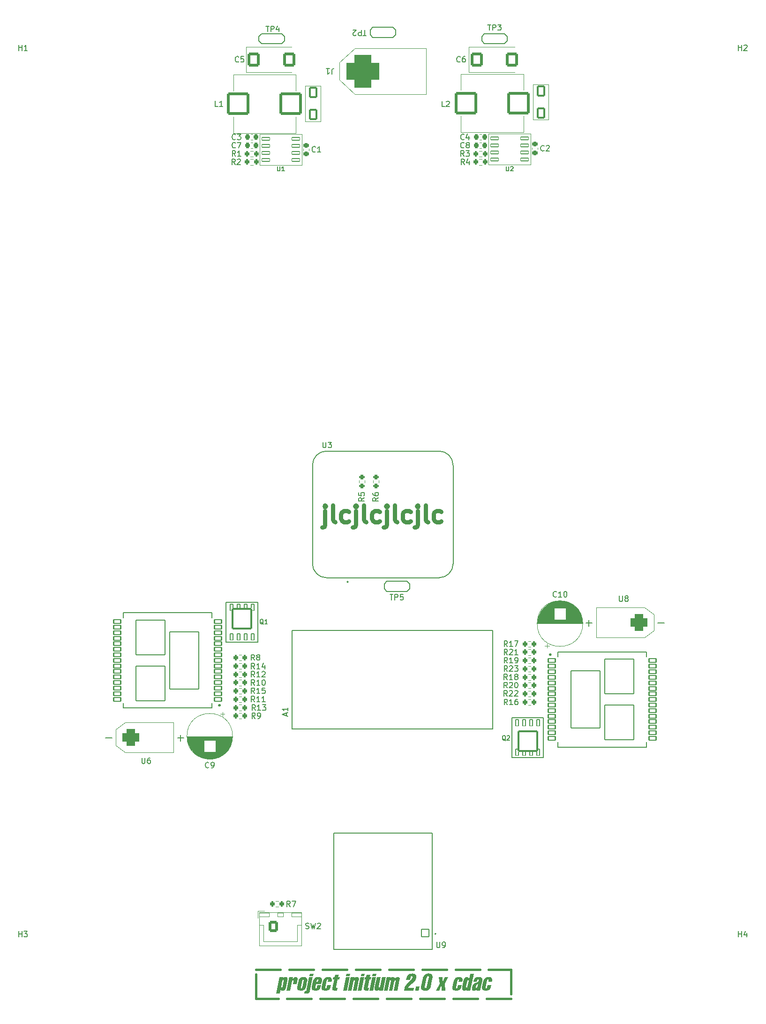
<source format=gbr>
%TF.GenerationSoftware,KiCad,Pcbnew,9.0.0*%
%TF.CreationDate,2025-06-18T15:22:37+08:00*%
%TF.ProjectId,elec,656c6563-2e6b-4696-9361-645f70636258,1*%
%TF.SameCoordinates,Original*%
%TF.FileFunction,Legend,Top*%
%TF.FilePolarity,Positive*%
%FSLAX46Y46*%
G04 Gerber Fmt 4.6, Leading zero omitted, Abs format (unit mm)*
G04 Created by KiCad (PCBNEW 9.0.0) date 2025-06-18 15:22:37*
%MOMM*%
%LPD*%
G01*
G04 APERTURE LIST*
G04 Aperture macros list*
%AMRoundRect*
0 Rectangle with rounded corners*
0 $1 Rounding radius*
0 $2 $3 $4 $5 $6 $7 $8 $9 X,Y pos of 4 corners*
0 Add a 4 corners polygon primitive as box body*
4,1,4,$2,$3,$4,$5,$6,$7,$8,$9,$2,$3,0*
0 Add four circle primitives for the rounded corners*
1,1,$1+$1,$2,$3*
1,1,$1+$1,$4,$5*
1,1,$1+$1,$6,$7*
1,1,$1+$1,$8,$9*
0 Add four rect primitives between the rounded corners*
20,1,$1+$1,$2,$3,$4,$5,0*
20,1,$1+$1,$4,$5,$6,$7,0*
20,1,$1+$1,$6,$7,$8,$9,0*
20,1,$1+$1,$8,$9,$2,$3,0*%
G04 Aperture macros list end*
%ADD10C,0.750000*%
%ADD11C,0.600000*%
%ADD12C,0.400000*%
%ADD13C,0.200000*%
%ADD14C,0.150000*%
%ADD15C,0.120000*%
%ADD16C,0.100000*%
%ADD17C,0.127000*%
%ADD18C,0.300000*%
%ADD19C,3.000000*%
%ADD20RoundRect,0.200000X-0.200000X-0.275000X0.200000X-0.275000X0.200000X0.275000X-0.200000X0.275000X0*%
%ADD21C,6.400000*%
%ADD22C,1.400000*%
%ADD23RoundRect,0.200000X0.200000X0.275000X-0.200000X0.275000X-0.200000X-0.275000X0.200000X-0.275000X0*%
%ADD24RoundRect,0.250000X-0.875000X-1.025000X0.875000X-1.025000X0.875000X1.025000X-0.875000X1.025000X0*%
%ADD25RoundRect,0.225000X-0.225000X-0.250000X0.225000X-0.250000X0.225000X0.250000X-0.225000X0.250000X0*%
%ADD26RoundRect,0.225000X-0.250000X0.225000X-0.250000X-0.225000X0.250000X-0.225000X0.250000X0.225000X0*%
%ADD27R,1.600000X1.600000*%
%ADD28C,1.600000*%
%ADD29RoundRect,0.750000X-0.750000X-0.750000X0.750000X-0.750000X0.750000X0.750000X-0.750000X0.750000X0*%
%ADD30C,3.000000*%
%ADD31RoundRect,0.061000X-0.244000X0.574000X-0.244000X-0.574000X0.244000X-0.574000X0.244000X0.574000X0*%
%ADD32RoundRect,0.061000X0.244000X-0.574000X0.244000X0.574000X-0.244000X0.574000X-0.244000X-0.574000X0*%
%ADD33RoundRect,0.187500X1.687500X1.767500X-1.687500X1.767500X-1.687500X-1.767500X1.687500X-1.767500X0*%
%ADD34RoundRect,0.060000X-0.715000X-0.240000X0.715000X-0.240000X0.715000X0.240000X-0.715000X0.240000X0*%
%ADD35R,3.000000X4.500000*%
%ADD36RoundRect,0.150000X0.600000X0.850000X-0.600000X0.850000X-0.600000X-0.850000X0.600000X-0.850000X0*%
%ADD37RoundRect,0.102000X-0.650000X-0.332500X0.650000X-0.332500X0.650000X0.332500X-0.650000X0.332500X0*%
%ADD38C,1.000000*%
%ADD39RoundRect,0.102000X-2.625000X-5.150000X2.625000X-5.150000X2.625000X5.150000X-2.625000X5.150000X0*%
%ADD40RoundRect,0.102000X-2.625000X-3.115000X2.625000X-3.115000X2.625000X3.115000X-2.625000X3.115000X0*%
%ADD41RoundRect,0.250000X-0.600000X-0.750000X0.600000X-0.750000X0.600000X0.750000X-0.600000X0.750000X0*%
%ADD42O,1.700000X2.000000*%
%ADD43C,1.982000*%
%ADD44C,3.404000*%
%ADD45RoundRect,0.250002X1.799998X1.799998X-1.799998X1.799998X-1.799998X-1.799998X1.799998X-1.799998X0*%
%ADD46RoundRect,0.750000X0.750000X0.750000X-0.750000X0.750000X-0.750000X-0.750000X0.750000X-0.750000X0*%
%ADD47RoundRect,0.102000X0.679000X0.679000X-0.679000X0.679000X-0.679000X-0.679000X0.679000X-0.679000X0*%
%ADD48C,1.562000*%
%ADD49RoundRect,0.200000X0.275000X-0.200000X0.275000X0.200000X-0.275000X0.200000X-0.275000X-0.200000X0*%
%ADD50RoundRect,0.225000X0.225000X0.250000X-0.225000X0.250000X-0.225000X-0.250000X0.225000X-0.250000X0*%
%ADD51RoundRect,0.102000X0.650000X0.332500X-0.650000X0.332500X-0.650000X-0.332500X0.650000X-0.332500X0*%
%ADD52RoundRect,0.102000X2.625000X5.150000X-2.625000X5.150000X-2.625000X-5.150000X2.625000X-5.150000X0*%
%ADD53RoundRect,0.102000X2.625000X3.115000X-2.625000X3.115000X-2.625000X-3.115000X2.625000X-3.115000X0*%
%ADD54C,1.734000*%
%ADD55RoundRect,1.500000X-1.500000X-1.500000X1.500000X-1.500000X1.500000X1.500000X-1.500000X1.500000X0*%
%ADD56C,6.000000*%
%ADD57RoundRect,0.200000X-0.275000X0.200000X-0.275000X-0.200000X0.275000X-0.200000X0.275000X0.200000X0*%
%ADD58RoundRect,0.187500X-1.687500X-1.767500X1.687500X-1.767500X1.687500X1.767500X-1.687500X1.767500X0*%
G04 APERTURE END LIST*
D10*
X188071427Y-146598858D02*
X188071427Y-149170286D01*
X188071427Y-149170286D02*
X187928570Y-149456001D01*
X187928570Y-149456001D02*
X187642856Y-149598858D01*
X187642856Y-149598858D02*
X187499999Y-149598858D01*
X188071427Y-145598858D02*
X187928570Y-145741715D01*
X187928570Y-145741715D02*
X188071427Y-145884572D01*
X188071427Y-145884572D02*
X188214284Y-145741715D01*
X188214284Y-145741715D02*
X188071427Y-145598858D01*
X188071427Y-145598858D02*
X188071427Y-145884572D01*
X189928570Y-148598858D02*
X189642855Y-148456001D01*
X189642855Y-148456001D02*
X189499998Y-148170286D01*
X189499998Y-148170286D02*
X189499998Y-145598858D01*
X192357142Y-148456001D02*
X192071427Y-148598858D01*
X192071427Y-148598858D02*
X191499999Y-148598858D01*
X191499999Y-148598858D02*
X191214284Y-148456001D01*
X191214284Y-148456001D02*
X191071427Y-148313143D01*
X191071427Y-148313143D02*
X190928570Y-148027429D01*
X190928570Y-148027429D02*
X190928570Y-147170286D01*
X190928570Y-147170286D02*
X191071427Y-146884572D01*
X191071427Y-146884572D02*
X191214284Y-146741715D01*
X191214284Y-146741715D02*
X191499999Y-146598858D01*
X191499999Y-146598858D02*
X192071427Y-146598858D01*
X192071427Y-146598858D02*
X192357142Y-146741715D01*
X193642856Y-146598858D02*
X193642856Y-149170286D01*
X193642856Y-149170286D02*
X193499999Y-149456001D01*
X193499999Y-149456001D02*
X193214285Y-149598858D01*
X193214285Y-149598858D02*
X193071428Y-149598858D01*
X193642856Y-145598858D02*
X193499999Y-145741715D01*
X193499999Y-145741715D02*
X193642856Y-145884572D01*
X193642856Y-145884572D02*
X193785713Y-145741715D01*
X193785713Y-145741715D02*
X193642856Y-145598858D01*
X193642856Y-145598858D02*
X193642856Y-145884572D01*
X195499999Y-148598858D02*
X195214284Y-148456001D01*
X195214284Y-148456001D02*
X195071427Y-148170286D01*
X195071427Y-148170286D02*
X195071427Y-145598858D01*
X197928571Y-148456001D02*
X197642856Y-148598858D01*
X197642856Y-148598858D02*
X197071428Y-148598858D01*
X197071428Y-148598858D02*
X196785713Y-148456001D01*
X196785713Y-148456001D02*
X196642856Y-148313143D01*
X196642856Y-148313143D02*
X196499999Y-148027429D01*
X196499999Y-148027429D02*
X196499999Y-147170286D01*
X196499999Y-147170286D02*
X196642856Y-146884572D01*
X196642856Y-146884572D02*
X196785713Y-146741715D01*
X196785713Y-146741715D02*
X197071428Y-146598858D01*
X197071428Y-146598858D02*
X197642856Y-146598858D01*
X197642856Y-146598858D02*
X197928571Y-146741715D01*
X199214285Y-146598858D02*
X199214285Y-149170286D01*
X199214285Y-149170286D02*
X199071428Y-149456001D01*
X199071428Y-149456001D02*
X198785714Y-149598858D01*
X198785714Y-149598858D02*
X198642857Y-149598858D01*
X199214285Y-145598858D02*
X199071428Y-145741715D01*
X199071428Y-145741715D02*
X199214285Y-145884572D01*
X199214285Y-145884572D02*
X199357142Y-145741715D01*
X199357142Y-145741715D02*
X199214285Y-145598858D01*
X199214285Y-145598858D02*
X199214285Y-145884572D01*
X201071428Y-148598858D02*
X200785713Y-148456001D01*
X200785713Y-148456001D02*
X200642856Y-148170286D01*
X200642856Y-148170286D02*
X200642856Y-145598858D01*
X203500000Y-148456001D02*
X203214285Y-148598858D01*
X203214285Y-148598858D02*
X202642857Y-148598858D01*
X202642857Y-148598858D02*
X202357142Y-148456001D01*
X202357142Y-148456001D02*
X202214285Y-148313143D01*
X202214285Y-148313143D02*
X202071428Y-148027429D01*
X202071428Y-148027429D02*
X202071428Y-147170286D01*
X202071428Y-147170286D02*
X202214285Y-146884572D01*
X202214285Y-146884572D02*
X202357142Y-146741715D01*
X202357142Y-146741715D02*
X202642857Y-146598858D01*
X202642857Y-146598858D02*
X203214285Y-146598858D01*
X203214285Y-146598858D02*
X203500000Y-146741715D01*
X204785714Y-146598858D02*
X204785714Y-149170286D01*
X204785714Y-149170286D02*
X204642857Y-149456001D01*
X204642857Y-149456001D02*
X204357143Y-149598858D01*
X204357143Y-149598858D02*
X204214286Y-149598858D01*
X204785714Y-145598858D02*
X204642857Y-145741715D01*
X204642857Y-145741715D02*
X204785714Y-145884572D01*
X204785714Y-145884572D02*
X204928571Y-145741715D01*
X204928571Y-145741715D02*
X204785714Y-145598858D01*
X204785714Y-145598858D02*
X204785714Y-145884572D01*
X206642857Y-148598858D02*
X206357142Y-148456001D01*
X206357142Y-148456001D02*
X206214285Y-148170286D01*
X206214285Y-148170286D02*
X206214285Y-145598858D01*
X209071429Y-148456001D02*
X208785714Y-148598858D01*
X208785714Y-148598858D02*
X208214286Y-148598858D01*
X208214286Y-148598858D02*
X207928571Y-148456001D01*
X207928571Y-148456001D02*
X207785714Y-148313143D01*
X207785714Y-148313143D02*
X207642857Y-148027429D01*
X207642857Y-148027429D02*
X207642857Y-147170286D01*
X207642857Y-147170286D02*
X207785714Y-146884572D01*
X207785714Y-146884572D02*
X207928571Y-146741715D01*
X207928571Y-146741715D02*
X208214286Y-146598858D01*
X208214286Y-146598858D02*
X208785714Y-146598858D01*
X208785714Y-146598858D02*
X209071429Y-146741715D01*
D11*
G36*
X180976870Y-230739651D02*
G01*
X181049853Y-230748545D01*
X181112659Y-230767089D01*
X181167551Y-230795533D01*
X181212747Y-230832433D01*
X181253112Y-230883400D01*
X181282661Y-230942634D01*
X181305430Y-231024336D01*
X181315003Y-231113730D01*
X181310947Y-231232268D01*
X181292123Y-231353738D01*
X181014785Y-232687304D01*
X181011520Y-232702481D01*
X180950234Y-232887372D01*
X180863030Y-233027626D01*
X180752524Y-233127730D01*
X180688201Y-233163628D01*
X180616560Y-233190255D01*
X180536774Y-233206938D01*
X180449119Y-233212670D01*
X180394377Y-233210312D01*
X180256260Y-233177351D01*
X180154359Y-233110051D01*
X180115513Y-233063244D01*
X180085929Y-233008516D01*
X180065011Y-232942401D01*
X180055883Y-232874184D01*
X179880705Y-233716788D01*
X179219784Y-233716788D01*
X179457473Y-232573496D01*
X180130642Y-232573496D01*
X180141359Y-232607100D01*
X180160560Y-232631982D01*
X180191045Y-232649248D01*
X180229850Y-232655064D01*
X180283420Y-232645077D01*
X180320192Y-232624268D01*
X180351765Y-232592440D01*
X180377136Y-232549045D01*
X180394164Y-232494963D01*
X180611601Y-231448260D01*
X180615203Y-231372441D01*
X180604505Y-231338865D01*
X180585313Y-231314007D01*
X180554746Y-231296725D01*
X180515797Y-231290907D01*
X180462319Y-231300871D01*
X180425587Y-231321643D01*
X180394035Y-231353433D01*
X180368686Y-231396777D01*
X180351666Y-231450825D01*
X180134229Y-232497527D01*
X180130642Y-232573496D01*
X179457473Y-232573496D01*
X179833993Y-230762426D01*
X180494914Y-230762426D01*
X180431742Y-231065825D01*
X180461599Y-230997537D01*
X180502161Y-230932858D01*
X180551706Y-230876498D01*
X180608152Y-230830623D01*
X180677393Y-230791628D01*
X180753303Y-230763911D01*
X180847724Y-230745026D01*
X180948473Y-230738979D01*
X180976870Y-230739651D01*
G37*
G36*
X182282772Y-230762426D02*
G01*
X181621851Y-230762426D01*
X181119749Y-233177500D01*
X181780670Y-233177500D01*
X182132746Y-231483797D01*
X182155399Y-231408135D01*
X182193306Y-231343456D01*
X182227120Y-231313034D01*
X182269361Y-231294806D01*
X182303655Y-231290907D01*
X182341739Y-231296491D01*
X182369390Y-231312137D01*
X182397702Y-231365053D01*
X182397027Y-231457561D01*
X182392681Y-231481233D01*
X182269766Y-232072362D01*
X182930504Y-232072362D01*
X183109656Y-231210673D01*
X183123260Y-231115224D01*
X183122466Y-231024322D01*
X183109449Y-230954741D01*
X183083975Y-230891990D01*
X183051443Y-230845050D01*
X183008209Y-230805381D01*
X182957574Y-230775855D01*
X182896381Y-230754426D01*
X182761061Y-230738979D01*
X182677552Y-230744730D01*
X182599540Y-230761543D01*
X182457628Y-230826647D01*
X182328816Y-230935851D01*
X182217742Y-231083545D01*
X182215911Y-231083545D01*
X182282772Y-230762426D01*
G37*
G36*
X184312381Y-230743051D02*
G01*
X184514574Y-230778913D01*
X184664590Y-230845281D01*
X184771993Y-230938561D01*
X184811872Y-230996317D01*
X184841854Y-231060961D01*
X184862636Y-231136498D01*
X184872133Y-231219380D01*
X184869570Y-231316834D01*
X184853550Y-231422431D01*
X184615047Y-232569701D01*
X184570452Y-232714821D01*
X184528010Y-232800484D01*
X184476385Y-232877574D01*
X184412334Y-232950367D01*
X184339904Y-233013823D01*
X184253433Y-233072111D01*
X184159708Y-233119964D01*
X184052097Y-233160127D01*
X183939229Y-233188755D01*
X183816654Y-233206750D01*
X183691992Y-233212670D01*
X183581558Y-233207847D01*
X183383727Y-233170049D01*
X183231892Y-233102030D01*
X183122458Y-233009476D01*
X183051555Y-232892875D01*
X183030421Y-232823952D01*
X183019840Y-232747826D01*
X183020446Y-232691510D01*
X183684047Y-232691510D01*
X183711967Y-232742887D01*
X183741499Y-232758640D01*
X183782851Y-232764241D01*
X183819810Y-232760352D01*
X183861799Y-232743731D01*
X183894970Y-232716153D01*
X183928100Y-232663690D01*
X183947898Y-232600659D01*
X184208199Y-231348426D01*
X184211970Y-231260285D01*
X184183961Y-231208939D01*
X184154372Y-231193191D01*
X184112945Y-231187592D01*
X184075875Y-231191519D01*
X184033942Y-231208207D01*
X184000831Y-231235854D01*
X183967896Y-231288194D01*
X183948264Y-231350990D01*
X183687962Y-232603224D01*
X183684047Y-232691510D01*
X183020446Y-232691510D01*
X183020769Y-232661459D01*
X183034552Y-232567137D01*
X183273055Y-231419867D01*
X183336255Y-231222629D01*
X183434971Y-231058694D01*
X183497544Y-230988487D01*
X183568539Y-230926579D01*
X183649585Y-230872066D01*
X183738970Y-230826609D01*
X183840086Y-230789285D01*
X183949640Y-230762100D01*
X184072432Y-230744800D01*
X184203803Y-230738979D01*
X184312381Y-230743051D01*
G37*
G36*
X185862517Y-230762426D02*
G01*
X185201596Y-230762426D01*
X184735581Y-233003843D01*
X184703387Y-233125889D01*
X184663742Y-233204259D01*
X184633453Y-233234243D01*
X184596657Y-233253563D01*
X184480042Y-233268358D01*
X184389000Y-233268358D01*
X184295761Y-233716788D01*
X184754815Y-233716788D01*
X184877365Y-233710698D01*
X184984334Y-233691515D01*
X185060493Y-233665306D01*
X185127447Y-233628790D01*
X185181034Y-233585754D01*
X185227719Y-233532922D01*
X185302693Y-233393572D01*
X185349607Y-233229340D01*
X185862517Y-230762426D01*
G37*
G36*
X185323412Y-230176243D02*
G01*
X185232737Y-230612217D01*
X185893658Y-230612217D01*
X185984333Y-230176243D01*
X185323412Y-230176243D01*
G37*
G36*
X186988380Y-230745793D02*
G01*
X187179569Y-230783966D01*
X187321686Y-230849731D01*
X187423254Y-230940445D01*
X187460603Y-230995931D01*
X187489171Y-231059384D01*
X187508548Y-231132772D01*
X187517287Y-231215235D01*
X187514178Y-231312183D01*
X187497601Y-231420050D01*
X187366259Y-232052578D01*
X186446136Y-232052578D01*
X186345019Y-232538743D01*
X186340132Y-232564960D01*
X186337524Y-232680259D01*
X186366322Y-232741498D01*
X186392655Y-232758467D01*
X186426535Y-232764241D01*
X186471632Y-232757465D01*
X186509874Y-232737275D01*
X186541451Y-232704429D01*
X186578375Y-232632551D01*
X186604955Y-232536179D01*
X186670167Y-232222388D01*
X187330905Y-232222388D01*
X187256350Y-232581058D01*
X187213667Y-232726132D01*
X187173596Y-232812378D01*
X187125082Y-232889309D01*
X187066288Y-232959676D01*
X186999489Y-233020649D01*
X186919406Y-233076094D01*
X186831421Y-233121490D01*
X186725986Y-233160423D01*
X186612714Y-233188181D01*
X186477857Y-233206678D01*
X186335677Y-233212670D01*
X186224535Y-233207782D01*
X186026992Y-233169890D01*
X185875401Y-233101799D01*
X185766122Y-233009138D01*
X185695300Y-232892330D01*
X185674193Y-232823242D01*
X185663639Y-232746920D01*
X185664599Y-232660295D01*
X185678419Y-232565671D01*
X185870496Y-231641700D01*
X186531498Y-231641700D01*
X186790884Y-231641700D01*
X186857380Y-231321864D01*
X186861770Y-231263789D01*
X186837076Y-231210895D01*
X186803877Y-231193436D01*
X186756629Y-231187592D01*
X186709864Y-231192772D01*
X186671684Y-231207716D01*
X186640875Y-231232231D01*
X186614353Y-231272222D01*
X186597444Y-231324429D01*
X186531498Y-231641700D01*
X185870496Y-231641700D01*
X185917106Y-231417486D01*
X185979753Y-231222121D01*
X186078342Y-231058501D01*
X186140915Y-230988371D01*
X186211944Y-230926507D01*
X186293045Y-230872022D01*
X186382515Y-230826575D01*
X186483693Y-230789267D01*
X186593326Y-230762086D01*
X186716117Y-230744798D01*
X186847488Y-230738979D01*
X186988380Y-230745793D01*
G37*
G36*
X188581490Y-231628511D02*
G01*
X189242228Y-231628511D01*
X189285092Y-231422431D01*
X189301742Y-231314077D01*
X189304903Y-231216714D01*
X189296201Y-231133994D01*
X189276847Y-231060386D01*
X189248317Y-230996816D01*
X189210994Y-230941224D01*
X189109512Y-230850393D01*
X188967427Y-230784491D01*
X188775947Y-230746051D01*
X188631315Y-230738979D01*
X188510391Y-230744746D01*
X188396022Y-230761666D01*
X188288739Y-230789132D01*
X188188829Y-230826590D01*
X188096848Y-230873388D01*
X188013047Y-230929013D01*
X187937966Y-230992774D01*
X187871859Y-231064203D01*
X187815222Y-231142603D01*
X187768348Y-231227523D01*
X187731680Y-231318309D01*
X187705574Y-231414485D01*
X187705330Y-231415654D01*
X187472139Y-232537644D01*
X187455485Y-232646389D01*
X187452521Y-232745073D01*
X187461634Y-232827618D01*
X187481819Y-232901789D01*
X187511034Y-232964740D01*
X187549719Y-233020315D01*
X187654429Y-233109784D01*
X187802245Y-233173534D01*
X188004770Y-233208448D01*
X188119504Y-233212670D01*
X188262834Y-233206680D01*
X188398596Y-233188193D01*
X188512432Y-233160477D01*
X188618284Y-233121620D01*
X188706514Y-233076341D01*
X188786757Y-233021056D01*
X188853632Y-232960285D01*
X188912457Y-232890172D01*
X188960971Y-232813535D01*
X189001023Y-232727639D01*
X189043841Y-232582341D01*
X189118763Y-232222388D01*
X188458025Y-232222388D01*
X188379440Y-232600659D01*
X188359642Y-232663690D01*
X188326512Y-232716153D01*
X188293341Y-232743731D01*
X188251353Y-232760352D01*
X188214393Y-232764241D01*
X188173042Y-232758640D01*
X188143509Y-232742887D01*
X188115589Y-232691510D01*
X188119504Y-232603224D01*
X188379806Y-231350990D01*
X188399438Y-231288194D01*
X188432373Y-231235854D01*
X188465484Y-231208207D01*
X188507417Y-231191519D01*
X188544487Y-231187592D01*
X188585915Y-231193191D01*
X188615503Y-231208939D01*
X188643512Y-231260285D01*
X188639742Y-231348426D01*
X188581490Y-231628511D01*
G37*
G36*
X189695970Y-231211039D02*
G01*
X189392437Y-232670635D01*
X189370035Y-232810347D01*
X189367729Y-232929861D01*
X189379554Y-232997944D01*
X189403600Y-233055807D01*
X189433737Y-233095725D01*
X189473894Y-233128037D01*
X189583574Y-233168143D01*
X189696886Y-233177500D01*
X190231778Y-233177500D01*
X190325017Y-232729070D01*
X190190378Y-232729070D01*
X190129590Y-232723182D01*
X190091422Y-232705418D01*
X190068066Y-232656774D01*
X190076843Y-232560284D01*
X190085415Y-232517677D01*
X190357074Y-231211039D01*
X190640640Y-231211039D01*
X190733880Y-230762426D01*
X190450314Y-230762426D01*
X190540256Y-230329933D01*
X189879152Y-230329933D01*
X189789210Y-230762426D01*
X189571589Y-230762426D01*
X189478349Y-231211039D01*
X189695970Y-231211039D01*
G37*
G36*
X192007728Y-233177500D02*
G01*
X192509831Y-230762426D01*
X191848910Y-230762426D01*
X191346807Y-233177500D01*
X192007728Y-233177500D01*
G37*
G36*
X192540972Y-230612217D02*
G01*
X192631647Y-230176243D01*
X191970726Y-230176243D01*
X191880050Y-230612217D01*
X192540972Y-230612217D01*
G37*
G36*
X193361628Y-230762426D02*
G01*
X192700706Y-230762426D01*
X192198604Y-233177500D01*
X192859525Y-233177500D01*
X193207205Y-231504680D01*
X193239551Y-231396833D01*
X193265786Y-231351104D01*
X193301556Y-231315897D01*
X193338361Y-231297891D01*
X193383666Y-231290931D01*
X193386724Y-231290907D01*
X193427146Y-231296499D01*
X193455009Y-231312198D01*
X193479762Y-231362889D01*
X193475988Y-231455150D01*
X193467140Y-231502116D01*
X193118911Y-233177500D01*
X193779649Y-233177500D01*
X194172025Y-231290357D01*
X194189372Y-231178320D01*
X194192523Y-231077277D01*
X194183296Y-230997087D01*
X194162663Y-230926736D01*
X194134334Y-230872332D01*
X194096698Y-230826675D01*
X194052418Y-230791835D01*
X193999707Y-230765508D01*
X193866024Y-230739547D01*
X193839916Y-230738979D01*
X193745163Y-230744777D01*
X193657628Y-230761914D01*
X193579755Y-230788982D01*
X193508812Y-230825991D01*
X193388546Y-230927827D01*
X193295682Y-231066692D01*
X193298247Y-231066692D01*
X193361628Y-230762426D01*
G37*
G36*
X194651413Y-233177500D02*
G01*
X195153515Y-230762426D01*
X194492594Y-230762426D01*
X193990492Y-233177500D01*
X194651413Y-233177500D01*
G37*
G36*
X195184656Y-230612217D02*
G01*
X195275331Y-230176243D01*
X194614410Y-230176243D01*
X194523735Y-230612217D01*
X195184656Y-230612217D01*
G37*
G36*
X195411252Y-231211039D02*
G01*
X195107720Y-232670635D01*
X195085318Y-232810347D01*
X195083012Y-232929861D01*
X195094836Y-232997944D01*
X195118883Y-233055807D01*
X195149020Y-233095725D01*
X195189176Y-233128037D01*
X195298857Y-233168143D01*
X195412168Y-233177500D01*
X195947060Y-233177500D01*
X196040300Y-232729070D01*
X195905661Y-232729070D01*
X195844873Y-232723182D01*
X195806704Y-232705418D01*
X195783349Y-232656774D01*
X195792125Y-232560284D01*
X195800698Y-232517677D01*
X196072357Y-231211039D01*
X196355923Y-231211039D01*
X196449162Y-230762426D01*
X196165597Y-230762426D01*
X196255539Y-230329933D01*
X195594435Y-230329933D01*
X195504492Y-230762426D01*
X195286872Y-230762426D01*
X195193632Y-231211039D01*
X195411252Y-231211039D01*
G37*
G36*
X196749948Y-233177500D02*
G01*
X197252050Y-230762426D01*
X196591129Y-230762426D01*
X196089026Y-233177500D01*
X196749948Y-233177500D01*
G37*
G36*
X197283191Y-230612217D02*
G01*
X197373866Y-230176243D01*
X196712945Y-230176243D01*
X196622270Y-230612217D01*
X197283191Y-230612217D01*
G37*
G36*
X197861130Y-233177500D02*
G01*
X198521868Y-233177500D01*
X199023971Y-230762426D01*
X198363233Y-230762426D01*
X198015370Y-232435245D01*
X197983081Y-232543099D01*
X197956907Y-232588828D01*
X197921230Y-232624060D01*
X197884465Y-232642139D01*
X197839200Y-232649173D01*
X197835851Y-232649202D01*
X197795429Y-232643609D01*
X197767565Y-232627907D01*
X197742814Y-232577203D01*
X197746583Y-232484873D01*
X197755434Y-232437810D01*
X198103847Y-230762426D01*
X197442926Y-230762426D01*
X197050549Y-232649569D01*
X197032469Y-232765279D01*
X197028759Y-232869144D01*
X197037561Y-232950935D01*
X197057786Y-233022456D01*
X197085668Y-233077488D01*
X197122801Y-233123596D01*
X197166478Y-233158718D01*
X197218491Y-233185301D01*
X197350585Y-233211941D01*
X197380094Y-233212670D01*
X197474971Y-233206872D01*
X197562592Y-233189730D01*
X197640478Y-233162670D01*
X197711423Y-233125668D01*
X197831676Y-233023855D01*
X197924511Y-232885141D01*
X197921947Y-232885141D01*
X197861130Y-233177500D01*
G37*
G36*
X199875401Y-230762426D02*
G01*
X199239026Y-230762426D01*
X198736924Y-233177500D01*
X199373299Y-233177500D01*
X199720979Y-231504680D01*
X199739586Y-231426997D01*
X199768171Y-231358432D01*
X199814925Y-231309548D01*
X199888041Y-231290907D01*
X199928398Y-231296499D01*
X199956214Y-231312198D01*
X199980919Y-231362908D01*
X199977105Y-231455256D01*
X199968274Y-231502116D01*
X199620045Y-233177500D01*
X200256420Y-233177500D01*
X200603001Y-231509993D01*
X200621608Y-231432472D01*
X200650193Y-231364088D01*
X200696947Y-231315350D01*
X200770063Y-231296769D01*
X200810544Y-231302361D01*
X200838425Y-231318059D01*
X200863130Y-231368703D01*
X200859276Y-231460873D01*
X200850480Y-231507428D01*
X200503349Y-233177500D01*
X201139724Y-233177500D01*
X201539428Y-231254453D01*
X201557554Y-231137216D01*
X201559610Y-231030796D01*
X201548547Y-230956659D01*
X201525170Y-230891571D01*
X201495108Y-230844550D01*
X201454866Y-230805355D01*
X201407276Y-230776275D01*
X201349603Y-230755176D01*
X201212081Y-230738979D01*
X201050668Y-230761595D01*
X200901981Y-230828172D01*
X200836966Y-230876301D01*
X200779832Y-230933422D01*
X200732890Y-230997132D01*
X200695746Y-231068129D01*
X200687814Y-231087758D01*
X200689463Y-231087758D01*
X200684726Y-231007249D01*
X200668275Y-230936945D01*
X200643397Y-230882237D01*
X200609146Y-230836162D01*
X200517625Y-230772409D01*
X200387668Y-230741290D01*
X200333173Y-230738979D01*
X200247073Y-230744774D01*
X200166790Y-230761893D01*
X200093556Y-230789378D01*
X200026006Y-230827043D01*
X199906229Y-230933534D01*
X199805059Y-231087758D01*
X199807624Y-231087758D01*
X199875401Y-230762426D01*
G37*
G36*
X203107833Y-232729070D02*
G01*
X203152900Y-232612352D01*
X203238105Y-232492815D01*
X203272147Y-232448984D01*
X203471832Y-232226108D01*
X203785110Y-231939270D01*
X204029676Y-231718973D01*
X204250675Y-231485081D01*
X204345672Y-231358175D01*
X204426778Y-231222037D01*
X204491327Y-231074722D01*
X204536654Y-230914284D01*
X204555599Y-230795189D01*
X204561038Y-230687814D01*
X204554438Y-230594834D01*
X204537128Y-230511795D01*
X204510415Y-230439083D01*
X204475028Y-230375146D01*
X204378728Y-230269285D01*
X204246467Y-230189849D01*
X204073603Y-230137611D01*
X203848988Y-230117625D01*
X203649274Y-230126110D01*
X203441200Y-230162055D01*
X203333837Y-230196956D01*
X203229793Y-230245848D01*
X203146623Y-230299172D01*
X203068250Y-230365182D01*
X203002120Y-230437290D01*
X202941728Y-230521947D01*
X202890022Y-230615755D01*
X202845104Y-230722856D01*
X202790012Y-230920146D01*
X202720403Y-231254637D01*
X203414297Y-231254637D01*
X203505155Y-230817747D01*
X203525638Y-230747915D01*
X203554708Y-230692828D01*
X203587409Y-230655958D01*
X203626526Y-230629820D01*
X203721899Y-230608263D01*
X203728821Y-230608187D01*
X203783976Y-230614150D01*
X203826130Y-230632446D01*
X203850290Y-230656425D01*
X203865686Y-230689032D01*
X203869042Y-230784389D01*
X203863643Y-230815183D01*
X203809497Y-230966884D01*
X203702061Y-231133080D01*
X203519833Y-231334107D01*
X203277631Y-231560955D01*
X203004882Y-231816672D01*
X202871672Y-231954479D01*
X202745959Y-232100848D01*
X202631786Y-232257226D01*
X202533194Y-232425059D01*
X202454224Y-232605794D01*
X202398918Y-232800877D01*
X202320699Y-233177500D01*
X204066242Y-233177500D01*
X204159482Y-232729070D01*
X203107833Y-232729070D01*
G37*
G36*
X205005966Y-233177500D02*
G01*
X205155077Y-232460341D01*
X204506429Y-232460341D01*
X204357318Y-233177500D01*
X205005966Y-233177500D01*
G37*
G36*
X206814230Y-230118013D02*
G01*
X207035086Y-230140105D01*
X207200321Y-230191955D01*
X207323448Y-230270875D01*
X207412763Y-230379656D01*
X207445754Y-230448424D01*
X207469766Y-230527202D01*
X207484629Y-230621206D01*
X207488218Y-230727494D01*
X207478821Y-230855090D01*
X207454928Y-230998182D01*
X207160005Y-232417110D01*
X207136772Y-232512851D01*
X207053525Y-232729327D01*
X207000151Y-232821629D01*
X206939222Y-232904102D01*
X206869863Y-232978074D01*
X206793364Y-233042290D01*
X206706387Y-233099064D01*
X206612403Y-233145688D01*
X206505087Y-233184427D01*
X206390727Y-233212205D01*
X206260040Y-233230198D01*
X206122278Y-233236118D01*
X205895613Y-233217774D01*
X205714677Y-233165598D01*
X205578715Y-233085044D01*
X205480314Y-232976518D01*
X205443934Y-232909833D01*
X205417040Y-232835021D01*
X205399459Y-232747846D01*
X205393734Y-232660834D01*
X206081283Y-232660834D01*
X206095513Y-232695016D01*
X206118562Y-232719781D01*
X206161879Y-232739563D01*
X206217716Y-232745739D01*
X206230163Y-232745488D01*
X206323142Y-232722997D01*
X206360746Y-232697888D01*
X206392848Y-232662289D01*
X206419815Y-232612470D01*
X206438817Y-232549002D01*
X206801884Y-230802543D01*
X206804075Y-230791273D01*
X206804198Y-230693301D01*
X206789149Y-230658982D01*
X206765154Y-230634134D01*
X206720824Y-230614361D01*
X206664497Y-230608187D01*
X206656133Y-230608299D01*
X206563614Y-230629290D01*
X206526169Y-230653882D01*
X206494257Y-230689129D01*
X206466883Y-230739884D01*
X206447427Y-230805108D01*
X206084360Y-232551200D01*
X206082403Y-232561227D01*
X206081283Y-232660834D01*
X205393734Y-232660834D01*
X205393116Y-232651434D01*
X205399202Y-232538425D01*
X205419042Y-232414546D01*
X205713965Y-230995617D01*
X205734174Y-230910448D01*
X205772855Y-230788773D01*
X205819664Y-230679476D01*
X205875869Y-230578603D01*
X205938953Y-230489749D01*
X206012954Y-230407289D01*
X206092585Y-230337022D01*
X206186081Y-230272385D01*
X206283505Y-230220666D01*
X206398503Y-230175693D01*
X206514213Y-230144734D01*
X206648481Y-230123945D01*
X206776422Y-230117625D01*
X206814230Y-230118013D01*
G37*
G36*
X209133976Y-232157541D02*
G01*
X209132510Y-232157541D01*
X209146432Y-233177500D01*
X209840692Y-233177500D01*
X209685354Y-231921786D01*
X210310921Y-230762426D01*
X209717960Y-230762426D01*
X209323203Y-231692259D01*
X209324668Y-231692259D01*
X209316792Y-230762426D01*
X208634804Y-230762426D01*
X208765413Y-231919588D01*
X208107240Y-233177500D01*
X208695987Y-233177500D01*
X209133976Y-232157541D01*
G37*
G36*
X212187072Y-231628511D02*
G01*
X212847810Y-231628511D01*
X212890675Y-231422431D01*
X212907325Y-231314077D01*
X212910486Y-231216714D01*
X212901783Y-231133994D01*
X212882430Y-231060386D01*
X212853900Y-230996816D01*
X212816577Y-230941224D01*
X212715094Y-230850393D01*
X212573010Y-230784491D01*
X212381529Y-230746051D01*
X212236898Y-230738979D01*
X212115974Y-230744746D01*
X212001604Y-230761666D01*
X211894321Y-230789132D01*
X211794412Y-230826590D01*
X211702431Y-230873388D01*
X211618629Y-230929013D01*
X211543549Y-230992774D01*
X211477442Y-231064203D01*
X211420804Y-231142603D01*
X211373931Y-231227523D01*
X211337263Y-231318309D01*
X211311156Y-231414485D01*
X211310912Y-231415654D01*
X211077721Y-232537644D01*
X211061068Y-232646389D01*
X211058104Y-232745073D01*
X211067217Y-232827618D01*
X211087402Y-232901789D01*
X211116617Y-232964740D01*
X211155302Y-233020315D01*
X211260012Y-233109784D01*
X211407828Y-233173534D01*
X211610353Y-233208448D01*
X211725087Y-233212670D01*
X211868417Y-233206680D01*
X212004178Y-233188193D01*
X212118015Y-233160477D01*
X212223866Y-233121620D01*
X212312097Y-233076341D01*
X212392339Y-233021056D01*
X212459215Y-232960285D01*
X212518039Y-232890172D01*
X212566553Y-232813535D01*
X212606605Y-232727639D01*
X212649424Y-232582341D01*
X212724346Y-232222388D01*
X212063608Y-232222388D01*
X211985023Y-232600659D01*
X211965225Y-232663690D01*
X211932095Y-232716153D01*
X211898924Y-232743731D01*
X211856935Y-232760352D01*
X211819975Y-232764241D01*
X211778624Y-232758640D01*
X211749092Y-232742887D01*
X211721172Y-232691510D01*
X211725087Y-232603224D01*
X211985389Y-231350990D01*
X212005021Y-231288194D01*
X212037956Y-231235854D01*
X212071067Y-231208207D01*
X212113000Y-231191519D01*
X212150070Y-231187592D01*
X212191497Y-231193191D01*
X212221086Y-231208939D01*
X212249095Y-231260285D01*
X212245324Y-231348426D01*
X212187072Y-231628511D01*
G37*
G36*
X214313634Y-233177500D02*
G01*
X213652896Y-233177500D01*
X213711502Y-232895942D01*
X213684670Y-232957650D01*
X213644812Y-233020832D01*
X213595386Y-233076384D01*
X213538673Y-233121767D01*
X213468827Y-233160448D01*
X213391992Y-233188028D01*
X213297495Y-233206659D01*
X213196589Y-233212670D01*
X213168433Y-233212009D01*
X213095404Y-233203142D01*
X213032556Y-233184617D01*
X212977617Y-233156188D01*
X212932381Y-233119302D01*
X212891977Y-233068358D01*
X212862398Y-233009162D01*
X212839605Y-232927564D01*
X212830009Y-232838325D01*
X212834018Y-232720257D01*
X212852756Y-232599377D01*
X212859336Y-232567730D01*
X213532248Y-232567730D01*
X213542860Y-232601262D01*
X213561997Y-232626087D01*
X213592606Y-232643382D01*
X213631647Y-232649202D01*
X213685337Y-232639288D01*
X213722084Y-232618674D01*
X213753609Y-232587129D01*
X213778869Y-232544159D01*
X213795778Y-232490566D01*
X214011383Y-231452840D01*
X214014947Y-231378151D01*
X214004287Y-231344663D01*
X213985097Y-231319855D01*
X213954463Y-231302585D01*
X213915396Y-231296769D01*
X213861965Y-231306647D01*
X213825197Y-231327288D01*
X213793640Y-231358879D01*
X213768368Y-231401853D01*
X213751448Y-231455404D01*
X213535843Y-232493131D01*
X213532248Y-232567730D01*
X212859336Y-232567730D01*
X213127713Y-231276985D01*
X213132386Y-231255485D01*
X213195292Y-231066487D01*
X213282926Y-230924736D01*
X213393179Y-230824164D01*
X213457342Y-230788138D01*
X213528714Y-230761471D01*
X213608498Y-230744721D01*
X213696127Y-230738979D01*
X213749368Y-230741422D01*
X213884858Y-230775574D01*
X213940175Y-230806567D01*
X213987072Y-230846082D01*
X214026502Y-230895309D01*
X214056464Y-230952397D01*
X214077577Y-231020546D01*
X214086802Y-231090084D01*
X214276814Y-230176243D01*
X214937552Y-230176243D01*
X214313634Y-233177500D01*
G37*
G36*
X215943299Y-230745408D02*
G01*
X216135171Y-230784981D01*
X216282156Y-230853562D01*
X216388127Y-230946458D01*
X216456857Y-231064403D01*
X216477215Y-231134795D01*
X216487107Y-231213137D01*
X216485444Y-231302721D01*
X216470787Y-231401366D01*
X216101492Y-233177500D01*
X215440754Y-233177500D01*
X215497353Y-232905535D01*
X215402084Y-233028128D01*
X215281597Y-233129125D01*
X215143445Y-233190677D01*
X215064100Y-233206990D01*
X214976204Y-233212670D01*
X214947437Y-233212042D01*
X214806191Y-233185823D01*
X214703696Y-233125889D01*
X214664681Y-233083103D01*
X214634651Y-233032211D01*
X214612869Y-232969375D01*
X214601902Y-232897835D01*
X214602607Y-232810836D01*
X214616800Y-232714232D01*
X214642126Y-232592293D01*
X215307370Y-232592293D01*
X215314358Y-232625962D01*
X215331054Y-232650684D01*
X215360635Y-232668576D01*
X215397889Y-232674481D01*
X215408883Y-232674265D01*
X215488904Y-232652157D01*
X215528770Y-232613648D01*
X215559510Y-232554687D01*
X215608548Y-232370216D01*
X215692812Y-231964834D01*
X215621282Y-232007637D01*
X215490238Y-232092698D01*
X215410715Y-232179102D01*
X215383849Y-232230914D01*
X215365283Y-232292363D01*
X215310877Y-232554680D01*
X215307370Y-232592293D01*
X214642126Y-232592293D01*
X214690989Y-232357027D01*
X214728264Y-232236560D01*
X214784094Y-232133604D01*
X214855460Y-232045822D01*
X214939341Y-231970879D01*
X215132569Y-231850159D01*
X215339614Y-231752753D01*
X215541486Y-231657229D01*
X215686271Y-231563531D01*
X215773743Y-231467632D01*
X215819208Y-231357035D01*
X215825042Y-231260487D01*
X215798507Y-231209247D01*
X215768565Y-231193230D01*
X215725785Y-231187592D01*
X215692202Y-231190573D01*
X215650550Y-231205192D01*
X215617701Y-231230464D01*
X215581237Y-231287369D01*
X215559272Y-231359600D01*
X215503402Y-231628511D01*
X214842481Y-231628511D01*
X214890291Y-231398801D01*
X214935510Y-231248842D01*
X214978088Y-231160414D01*
X215029399Y-231081468D01*
X215093009Y-231007027D01*
X215164443Y-230942664D01*
X215250691Y-230883011D01*
X215343512Y-230834491D01*
X215452513Y-230792965D01*
X215565683Y-230763737D01*
X215691265Y-230745005D01*
X215816643Y-230738979D01*
X215943299Y-230745408D01*
G37*
G36*
X217550645Y-231628511D02*
G01*
X218211383Y-231628511D01*
X218254248Y-231422431D01*
X218270898Y-231314077D01*
X218274059Y-231216714D01*
X218265356Y-231133994D01*
X218246003Y-231060386D01*
X218217473Y-230996816D01*
X218180150Y-230941224D01*
X218078667Y-230850393D01*
X217936583Y-230784491D01*
X217745102Y-230746051D01*
X217600471Y-230738979D01*
X217479546Y-230744746D01*
X217365177Y-230761666D01*
X217257894Y-230789132D01*
X217157985Y-230826590D01*
X217066004Y-230873388D01*
X216982202Y-230929013D01*
X216907122Y-230992774D01*
X216841015Y-231064203D01*
X216784377Y-231142603D01*
X216737504Y-231227523D01*
X216700836Y-231318309D01*
X216674729Y-231414485D01*
X216674485Y-231415654D01*
X216441294Y-232537644D01*
X216424641Y-232646389D01*
X216421677Y-232745073D01*
X216430790Y-232827618D01*
X216450975Y-232901789D01*
X216480190Y-232964740D01*
X216518875Y-233020315D01*
X216623585Y-233109784D01*
X216771401Y-233173534D01*
X216973926Y-233208448D01*
X217088660Y-233212670D01*
X217231990Y-233206680D01*
X217367751Y-233188193D01*
X217481588Y-233160477D01*
X217587439Y-233121620D01*
X217675670Y-233076341D01*
X217755912Y-233021056D01*
X217822788Y-232960285D01*
X217881612Y-232890172D01*
X217930126Y-232813535D01*
X217970178Y-232727639D01*
X218012997Y-232582341D01*
X218087919Y-232222388D01*
X217427181Y-232222388D01*
X217348595Y-232600659D01*
X217328797Y-232663690D01*
X217295668Y-232716153D01*
X217262497Y-232743731D01*
X217220508Y-232760352D01*
X217183548Y-232764241D01*
X217142197Y-232758640D01*
X217112665Y-232742887D01*
X217084745Y-232691510D01*
X217088660Y-232603224D01*
X217348962Y-231350990D01*
X217368594Y-231288194D01*
X217401529Y-231235854D01*
X217434640Y-231208207D01*
X217476573Y-231191519D01*
X217513643Y-231187592D01*
X217555070Y-231193191D01*
X217584659Y-231208939D01*
X217612668Y-231260285D01*
X217608897Y-231348426D01*
X217550645Y-231628511D01*
G37*
D12*
X175624999Y-229375000D02*
X180024999Y-229375000D01*
X181624999Y-229375000D02*
X186024999Y-229375000D01*
X187624999Y-229375000D02*
X192024999Y-229375000D01*
X193624999Y-229375000D02*
X198024999Y-229375000D01*
X199624999Y-229375000D02*
X204024999Y-229375000D01*
X205624999Y-229375000D02*
X210024999Y-229375000D01*
X211624999Y-229375000D02*
X216024999Y-229375000D01*
X217624999Y-229375000D02*
X221625000Y-229375000D01*
X221625000Y-229375000D02*
X221625000Y-233775000D01*
X221625000Y-234625001D02*
X217225000Y-234625001D01*
X215625000Y-234625001D02*
X211225000Y-234625001D01*
X209625000Y-234625001D02*
X205225000Y-234625001D01*
X203625000Y-234625001D02*
X199225000Y-234625001D01*
X197625000Y-234625001D02*
X193225000Y-234625001D01*
X191625000Y-234625001D02*
X187225000Y-234625001D01*
X185625000Y-234625001D02*
X181225000Y-234625001D01*
X179625000Y-234625001D02*
X175624999Y-234625001D01*
X175624999Y-234625001D02*
X175624999Y-230225001D01*
D13*
X221007143Y-172577220D02*
X220673810Y-172101029D01*
X220435715Y-172577220D02*
X220435715Y-171577220D01*
X220435715Y-171577220D02*
X220816667Y-171577220D01*
X220816667Y-171577220D02*
X220911905Y-171624839D01*
X220911905Y-171624839D02*
X220959524Y-171672458D01*
X220959524Y-171672458D02*
X221007143Y-171767696D01*
X221007143Y-171767696D02*
X221007143Y-171910553D01*
X221007143Y-171910553D02*
X220959524Y-172005791D01*
X220959524Y-172005791D02*
X220911905Y-172053410D01*
X220911905Y-172053410D02*
X220816667Y-172101029D01*
X220816667Y-172101029D02*
X220435715Y-172101029D01*
X221388096Y-171672458D02*
X221435715Y-171624839D01*
X221435715Y-171624839D02*
X221530953Y-171577220D01*
X221530953Y-171577220D02*
X221769048Y-171577220D01*
X221769048Y-171577220D02*
X221864286Y-171624839D01*
X221864286Y-171624839D02*
X221911905Y-171672458D01*
X221911905Y-171672458D02*
X221959524Y-171767696D01*
X221959524Y-171767696D02*
X221959524Y-171862934D01*
X221959524Y-171862934D02*
X221911905Y-172005791D01*
X221911905Y-172005791D02*
X221340477Y-172577220D01*
X221340477Y-172577220D02*
X221959524Y-172577220D01*
X222911905Y-172577220D02*
X222340477Y-172577220D01*
X222626191Y-172577220D02*
X222626191Y-171577220D01*
X222626191Y-171577220D02*
X222530953Y-171720077D01*
X222530953Y-171720077D02*
X222435715Y-171815315D01*
X222435715Y-171815315D02*
X222340477Y-171862934D01*
D14*
X132738095Y-223504820D02*
X132738095Y-222504820D01*
X132738095Y-222981010D02*
X133309523Y-222981010D01*
X133309523Y-223504820D02*
X133309523Y-222504820D01*
X133690476Y-222504820D02*
X134309523Y-222504820D01*
X134309523Y-222504820D02*
X133976190Y-222885772D01*
X133976190Y-222885772D02*
X134119047Y-222885772D01*
X134119047Y-222885772D02*
X134214285Y-222933391D01*
X134214285Y-222933391D02*
X134261904Y-222981010D01*
X134261904Y-222981010D02*
X134309523Y-223076248D01*
X134309523Y-223076248D02*
X134309523Y-223314343D01*
X134309523Y-223314343D02*
X134261904Y-223409581D01*
X134261904Y-223409581D02*
X134214285Y-223457201D01*
X134214285Y-223457201D02*
X134119047Y-223504820D01*
X134119047Y-223504820D02*
X133833333Y-223504820D01*
X133833333Y-223504820D02*
X133738095Y-223457201D01*
X133738095Y-223457201D02*
X133690476Y-223409581D01*
X262738095Y-223504819D02*
X262738095Y-222504819D01*
X262738095Y-222981009D02*
X263309523Y-222981009D01*
X263309523Y-223504819D02*
X263309523Y-222504819D01*
X264214285Y-222838152D02*
X264214285Y-223504819D01*
X263976190Y-222457200D02*
X263738095Y-223171485D01*
X263738095Y-223171485D02*
X264357142Y-223171485D01*
D13*
X217438095Y-58852220D02*
X218009523Y-58852220D01*
X217723809Y-59852220D02*
X217723809Y-58852220D01*
X218342857Y-59852220D02*
X218342857Y-58852220D01*
X218342857Y-58852220D02*
X218723809Y-58852220D01*
X218723809Y-58852220D02*
X218819047Y-58899839D01*
X218819047Y-58899839D02*
X218866666Y-58947458D01*
X218866666Y-58947458D02*
X218914285Y-59042696D01*
X218914285Y-59042696D02*
X218914285Y-59185553D01*
X218914285Y-59185553D02*
X218866666Y-59280791D01*
X218866666Y-59280791D02*
X218819047Y-59328410D01*
X218819047Y-59328410D02*
X218723809Y-59376029D01*
X218723809Y-59376029D02*
X218342857Y-59376029D01*
X219247619Y-58852220D02*
X219866666Y-58852220D01*
X219866666Y-58852220D02*
X219533333Y-59233172D01*
X219533333Y-59233172D02*
X219676190Y-59233172D01*
X219676190Y-59233172D02*
X219771428Y-59280791D01*
X219771428Y-59280791D02*
X219819047Y-59328410D01*
X219819047Y-59328410D02*
X219866666Y-59423648D01*
X219866666Y-59423648D02*
X219866666Y-59661743D01*
X219866666Y-59661743D02*
X219819047Y-59756981D01*
X219819047Y-59756981D02*
X219771428Y-59804601D01*
X219771428Y-59804601D02*
X219676190Y-59852220D01*
X219676190Y-59852220D02*
X219390476Y-59852220D01*
X219390476Y-59852220D02*
X219295238Y-59804601D01*
X219295238Y-59804601D02*
X219247619Y-59756981D01*
D14*
X262738095Y-63504820D02*
X262738095Y-62504820D01*
X262738095Y-62981010D02*
X263309523Y-62981010D01*
X263309523Y-63504820D02*
X263309523Y-62504820D01*
X263738095Y-62600058D02*
X263785714Y-62552439D01*
X263785714Y-62552439D02*
X263880952Y-62504820D01*
X263880952Y-62504820D02*
X264119047Y-62504820D01*
X264119047Y-62504820D02*
X264214285Y-62552439D01*
X264214285Y-62552439D02*
X264261904Y-62600058D01*
X264261904Y-62600058D02*
X264309523Y-62695296D01*
X264309523Y-62695296D02*
X264309523Y-62790534D01*
X264309523Y-62790534D02*
X264261904Y-62933391D01*
X264261904Y-62933391D02*
X263690476Y-63504820D01*
X263690476Y-63504820D02*
X264309523Y-63504820D01*
D13*
X175357144Y-175117220D02*
X175023811Y-174641029D01*
X174785716Y-175117220D02*
X174785716Y-174117220D01*
X174785716Y-174117220D02*
X175166668Y-174117220D01*
X175166668Y-174117220D02*
X175261906Y-174164839D01*
X175261906Y-174164839D02*
X175309525Y-174212458D01*
X175309525Y-174212458D02*
X175357144Y-174307696D01*
X175357144Y-174307696D02*
X175357144Y-174450553D01*
X175357144Y-174450553D02*
X175309525Y-174545791D01*
X175309525Y-174545791D02*
X175261906Y-174593410D01*
X175261906Y-174593410D02*
X175166668Y-174641029D01*
X175166668Y-174641029D02*
X174785716Y-174641029D01*
X176309525Y-175117220D02*
X175738097Y-175117220D01*
X176023811Y-175117220D02*
X176023811Y-174117220D01*
X176023811Y-174117220D02*
X175928573Y-174260077D01*
X175928573Y-174260077D02*
X175833335Y-174355315D01*
X175833335Y-174355315D02*
X175738097Y-174402934D01*
X177166668Y-174450553D02*
X177166668Y-175117220D01*
X176928573Y-174069601D02*
X176690478Y-174783886D01*
X176690478Y-174783886D02*
X177309525Y-174783886D01*
X172483333Y-65506981D02*
X172435714Y-65554601D01*
X172435714Y-65554601D02*
X172292857Y-65602220D01*
X172292857Y-65602220D02*
X172197619Y-65602220D01*
X172197619Y-65602220D02*
X172054762Y-65554601D01*
X172054762Y-65554601D02*
X171959524Y-65459362D01*
X171959524Y-65459362D02*
X171911905Y-65364124D01*
X171911905Y-65364124D02*
X171864286Y-65173648D01*
X171864286Y-65173648D02*
X171864286Y-65030791D01*
X171864286Y-65030791D02*
X171911905Y-64840315D01*
X171911905Y-64840315D02*
X171959524Y-64745077D01*
X171959524Y-64745077D02*
X172054762Y-64649839D01*
X172054762Y-64649839D02*
X172197619Y-64602220D01*
X172197619Y-64602220D02*
X172292857Y-64602220D01*
X172292857Y-64602220D02*
X172435714Y-64649839D01*
X172435714Y-64649839D02*
X172483333Y-64697458D01*
X173388095Y-64602220D02*
X172911905Y-64602220D01*
X172911905Y-64602220D02*
X172864286Y-65078410D01*
X172864286Y-65078410D02*
X172911905Y-65030791D01*
X172911905Y-65030791D02*
X173007143Y-64983172D01*
X173007143Y-64983172D02*
X173245238Y-64983172D01*
X173245238Y-64983172D02*
X173340476Y-65030791D01*
X173340476Y-65030791D02*
X173388095Y-65078410D01*
X173388095Y-65078410D02*
X173435714Y-65173648D01*
X173435714Y-65173648D02*
X173435714Y-65411743D01*
X173435714Y-65411743D02*
X173388095Y-65506981D01*
X173388095Y-65506981D02*
X173340476Y-65554601D01*
X173340476Y-65554601D02*
X173245238Y-65602220D01*
X173245238Y-65602220D02*
X173007143Y-65602220D01*
X173007143Y-65602220D02*
X172911905Y-65554601D01*
X172911905Y-65554601D02*
X172864286Y-65506981D01*
X177388095Y-59102220D02*
X177959523Y-59102220D01*
X177673809Y-60102220D02*
X177673809Y-59102220D01*
X178292857Y-60102220D02*
X178292857Y-59102220D01*
X178292857Y-59102220D02*
X178673809Y-59102220D01*
X178673809Y-59102220D02*
X178769047Y-59149839D01*
X178769047Y-59149839D02*
X178816666Y-59197458D01*
X178816666Y-59197458D02*
X178864285Y-59292696D01*
X178864285Y-59292696D02*
X178864285Y-59435553D01*
X178864285Y-59435553D02*
X178816666Y-59530791D01*
X178816666Y-59530791D02*
X178769047Y-59578410D01*
X178769047Y-59578410D02*
X178673809Y-59626029D01*
X178673809Y-59626029D02*
X178292857Y-59626029D01*
X179721428Y-59435553D02*
X179721428Y-60102220D01*
X179483333Y-59054601D02*
X179245238Y-59768886D01*
X179245238Y-59768886D02*
X179864285Y-59768886D01*
X171908333Y-81006981D02*
X171860714Y-81054601D01*
X171860714Y-81054601D02*
X171717857Y-81102220D01*
X171717857Y-81102220D02*
X171622619Y-81102220D01*
X171622619Y-81102220D02*
X171479762Y-81054601D01*
X171479762Y-81054601D02*
X171384524Y-80959362D01*
X171384524Y-80959362D02*
X171336905Y-80864124D01*
X171336905Y-80864124D02*
X171289286Y-80673648D01*
X171289286Y-80673648D02*
X171289286Y-80530791D01*
X171289286Y-80530791D02*
X171336905Y-80340315D01*
X171336905Y-80340315D02*
X171384524Y-80245077D01*
X171384524Y-80245077D02*
X171479762Y-80149839D01*
X171479762Y-80149839D02*
X171622619Y-80102220D01*
X171622619Y-80102220D02*
X171717857Y-80102220D01*
X171717857Y-80102220D02*
X171860714Y-80149839D01*
X171860714Y-80149839D02*
X171908333Y-80197458D01*
X172241667Y-80102220D02*
X172908333Y-80102220D01*
X172908333Y-80102220D02*
X172479762Y-81102220D01*
X186333333Y-81756981D02*
X186285714Y-81804601D01*
X186285714Y-81804601D02*
X186142857Y-81852220D01*
X186142857Y-81852220D02*
X186047619Y-81852220D01*
X186047619Y-81852220D02*
X185904762Y-81804601D01*
X185904762Y-81804601D02*
X185809524Y-81709362D01*
X185809524Y-81709362D02*
X185761905Y-81614124D01*
X185761905Y-81614124D02*
X185714286Y-81423648D01*
X185714286Y-81423648D02*
X185714286Y-81280791D01*
X185714286Y-81280791D02*
X185761905Y-81090315D01*
X185761905Y-81090315D02*
X185809524Y-80995077D01*
X185809524Y-80995077D02*
X185904762Y-80899839D01*
X185904762Y-80899839D02*
X186047619Y-80852220D01*
X186047619Y-80852220D02*
X186142857Y-80852220D01*
X186142857Y-80852220D02*
X186285714Y-80899839D01*
X186285714Y-80899839D02*
X186333333Y-80947458D01*
X187285714Y-81852220D02*
X186714286Y-81852220D01*
X187000000Y-81852220D02*
X187000000Y-80852220D01*
X187000000Y-80852220D02*
X186904762Y-80995077D01*
X186904762Y-80995077D02*
X186809524Y-81090315D01*
X186809524Y-81090315D02*
X186714286Y-81137934D01*
X175453335Y-184067219D02*
X175120002Y-183591028D01*
X174881907Y-184067219D02*
X174881907Y-183067219D01*
X174881907Y-183067219D02*
X175262859Y-183067219D01*
X175262859Y-183067219D02*
X175358097Y-183114838D01*
X175358097Y-183114838D02*
X175405716Y-183162457D01*
X175405716Y-183162457D02*
X175453335Y-183257695D01*
X175453335Y-183257695D02*
X175453335Y-183400552D01*
X175453335Y-183400552D02*
X175405716Y-183495790D01*
X175405716Y-183495790D02*
X175358097Y-183543409D01*
X175358097Y-183543409D02*
X175262859Y-183591028D01*
X175262859Y-183591028D02*
X174881907Y-183591028D01*
X175929526Y-184067219D02*
X176120002Y-184067219D01*
X176120002Y-184067219D02*
X176215240Y-184019600D01*
X176215240Y-184019600D02*
X176262859Y-183971980D01*
X176262859Y-183971980D02*
X176358097Y-183829123D01*
X176358097Y-183829123D02*
X176405716Y-183638647D01*
X176405716Y-183638647D02*
X176405716Y-183257695D01*
X176405716Y-183257695D02*
X176358097Y-183162457D01*
X176358097Y-183162457D02*
X176310478Y-183114838D01*
X176310478Y-183114838D02*
X176215240Y-183067219D01*
X176215240Y-183067219D02*
X176024764Y-183067219D01*
X176024764Y-183067219D02*
X175929526Y-183114838D01*
X175929526Y-183114838D02*
X175881907Y-183162457D01*
X175881907Y-183162457D02*
X175834288Y-183257695D01*
X175834288Y-183257695D02*
X175834288Y-183495790D01*
X175834288Y-183495790D02*
X175881907Y-183591028D01*
X175881907Y-183591028D02*
X175929526Y-183638647D01*
X175929526Y-183638647D02*
X176024764Y-183686266D01*
X176024764Y-183686266D02*
X176215240Y-183686266D01*
X176215240Y-183686266D02*
X176310478Y-183638647D01*
X176310478Y-183638647D02*
X176358097Y-183591028D01*
X176358097Y-183591028D02*
X176405716Y-183495790D01*
X229857851Y-162060338D02*
X229810232Y-162107958D01*
X229810232Y-162107958D02*
X229667375Y-162155577D01*
X229667375Y-162155577D02*
X229572137Y-162155577D01*
X229572137Y-162155577D02*
X229429280Y-162107958D01*
X229429280Y-162107958D02*
X229334042Y-162012719D01*
X229334042Y-162012719D02*
X229286423Y-161917481D01*
X229286423Y-161917481D02*
X229238804Y-161727005D01*
X229238804Y-161727005D02*
X229238804Y-161584148D01*
X229238804Y-161584148D02*
X229286423Y-161393672D01*
X229286423Y-161393672D02*
X229334042Y-161298434D01*
X229334042Y-161298434D02*
X229429280Y-161203196D01*
X229429280Y-161203196D02*
X229572137Y-161155577D01*
X229572137Y-161155577D02*
X229667375Y-161155577D01*
X229667375Y-161155577D02*
X229810232Y-161203196D01*
X229810232Y-161203196D02*
X229857851Y-161250815D01*
X230810232Y-162155577D02*
X230238804Y-162155577D01*
X230524518Y-162155577D02*
X230524518Y-161155577D01*
X230524518Y-161155577D02*
X230429280Y-161298434D01*
X230429280Y-161298434D02*
X230334042Y-161393672D01*
X230334042Y-161393672D02*
X230238804Y-161441291D01*
X231429280Y-161155577D02*
X231524518Y-161155577D01*
X231524518Y-161155577D02*
X231619756Y-161203196D01*
X231619756Y-161203196D02*
X231667375Y-161250815D01*
X231667375Y-161250815D02*
X231714994Y-161346053D01*
X231714994Y-161346053D02*
X231762613Y-161536529D01*
X231762613Y-161536529D02*
X231762613Y-161774624D01*
X231762613Y-161774624D02*
X231714994Y-161965100D01*
X231714994Y-161965100D02*
X231667375Y-162060338D01*
X231667375Y-162060338D02*
X231619756Y-162107958D01*
X231619756Y-162107958D02*
X231524518Y-162155577D01*
X231524518Y-162155577D02*
X231429280Y-162155577D01*
X231429280Y-162155577D02*
X231334042Y-162107958D01*
X231334042Y-162107958D02*
X231286423Y-162060338D01*
X231286423Y-162060338D02*
X231238804Y-161965100D01*
X231238804Y-161965100D02*
X231191185Y-161774624D01*
X231191185Y-161774624D02*
X231191185Y-161536529D01*
X231191185Y-161536529D02*
X231238804Y-161346053D01*
X231238804Y-161346053D02*
X231286423Y-161250815D01*
X231286423Y-161250815D02*
X231334042Y-161203196D01*
X231334042Y-161203196D02*
X231429280Y-161155577D01*
X167083334Y-192904328D02*
X167035715Y-192951948D01*
X167035715Y-192951948D02*
X166892858Y-192999567D01*
X166892858Y-192999567D02*
X166797620Y-192999567D01*
X166797620Y-192999567D02*
X166654763Y-192951948D01*
X166654763Y-192951948D02*
X166559525Y-192856709D01*
X166559525Y-192856709D02*
X166511906Y-192761471D01*
X166511906Y-192761471D02*
X166464287Y-192570995D01*
X166464287Y-192570995D02*
X166464287Y-192428138D01*
X166464287Y-192428138D02*
X166511906Y-192237662D01*
X166511906Y-192237662D02*
X166559525Y-192142424D01*
X166559525Y-192142424D02*
X166654763Y-192047186D01*
X166654763Y-192047186D02*
X166797620Y-191999567D01*
X166797620Y-191999567D02*
X166892858Y-191999567D01*
X166892858Y-191999567D02*
X167035715Y-192047186D01*
X167035715Y-192047186D02*
X167083334Y-192094805D01*
X167559525Y-192999567D02*
X167750001Y-192999567D01*
X167750001Y-192999567D02*
X167845239Y-192951948D01*
X167845239Y-192951948D02*
X167892858Y-192904328D01*
X167892858Y-192904328D02*
X167988096Y-192761471D01*
X167988096Y-192761471D02*
X168035715Y-192570995D01*
X168035715Y-192570995D02*
X168035715Y-192190043D01*
X168035715Y-192190043D02*
X167988096Y-192094805D01*
X167988096Y-192094805D02*
X167940477Y-192047186D01*
X167940477Y-192047186D02*
X167845239Y-191999567D01*
X167845239Y-191999567D02*
X167654763Y-191999567D01*
X167654763Y-191999567D02*
X167559525Y-192047186D01*
X167559525Y-192047186D02*
X167511906Y-192094805D01*
X167511906Y-192094805D02*
X167464287Y-192190043D01*
X167464287Y-192190043D02*
X167464287Y-192428138D01*
X167464287Y-192428138D02*
X167511906Y-192523376D01*
X167511906Y-192523376D02*
X167559525Y-192570995D01*
X167559525Y-192570995D02*
X167654763Y-192618614D01*
X167654763Y-192618614D02*
X167845239Y-192618614D01*
X167845239Y-192618614D02*
X167940477Y-192570995D01*
X167940477Y-192570995D02*
X167988096Y-192523376D01*
X167988096Y-192523376D02*
X168035715Y-192428138D01*
X171833333Y-84102220D02*
X171500000Y-83626029D01*
X171261905Y-84102220D02*
X171261905Y-83102220D01*
X171261905Y-83102220D02*
X171642857Y-83102220D01*
X171642857Y-83102220D02*
X171738095Y-83149839D01*
X171738095Y-83149839D02*
X171785714Y-83197458D01*
X171785714Y-83197458D02*
X171833333Y-83292696D01*
X171833333Y-83292696D02*
X171833333Y-83435553D01*
X171833333Y-83435553D02*
X171785714Y-83530791D01*
X171785714Y-83530791D02*
X171738095Y-83578410D01*
X171738095Y-83578410D02*
X171642857Y-83626029D01*
X171642857Y-83626029D02*
X171261905Y-83626029D01*
X172214286Y-83197458D02*
X172261905Y-83149839D01*
X172261905Y-83149839D02*
X172357143Y-83102220D01*
X172357143Y-83102220D02*
X172595238Y-83102220D01*
X172595238Y-83102220D02*
X172690476Y-83149839D01*
X172690476Y-83149839D02*
X172738095Y-83197458D01*
X172738095Y-83197458D02*
X172785714Y-83292696D01*
X172785714Y-83292696D02*
X172785714Y-83387934D01*
X172785714Y-83387934D02*
X172738095Y-83530791D01*
X172738095Y-83530791D02*
X172166667Y-84102220D01*
X172166667Y-84102220D02*
X172785714Y-84102220D01*
X175333335Y-173557220D02*
X175000002Y-173081029D01*
X174761907Y-173557220D02*
X174761907Y-172557220D01*
X174761907Y-172557220D02*
X175142859Y-172557220D01*
X175142859Y-172557220D02*
X175238097Y-172604839D01*
X175238097Y-172604839D02*
X175285716Y-172652458D01*
X175285716Y-172652458D02*
X175333335Y-172747696D01*
X175333335Y-172747696D02*
X175333335Y-172890553D01*
X175333335Y-172890553D02*
X175285716Y-172985791D01*
X175285716Y-172985791D02*
X175238097Y-173033410D01*
X175238097Y-173033410D02*
X175142859Y-173081029D01*
X175142859Y-173081029D02*
X174761907Y-173081029D01*
X175904764Y-172985791D02*
X175809526Y-172938172D01*
X175809526Y-172938172D02*
X175761907Y-172890553D01*
X175761907Y-172890553D02*
X175714288Y-172795315D01*
X175714288Y-172795315D02*
X175714288Y-172747696D01*
X175714288Y-172747696D02*
X175761907Y-172652458D01*
X175761907Y-172652458D02*
X175809526Y-172604839D01*
X175809526Y-172604839D02*
X175904764Y-172557220D01*
X175904764Y-172557220D02*
X176095240Y-172557220D01*
X176095240Y-172557220D02*
X176190478Y-172604839D01*
X176190478Y-172604839D02*
X176238097Y-172652458D01*
X176238097Y-172652458D02*
X176285716Y-172747696D01*
X176285716Y-172747696D02*
X176285716Y-172795315D01*
X176285716Y-172795315D02*
X176238097Y-172890553D01*
X176238097Y-172890553D02*
X176190478Y-172938172D01*
X176190478Y-172938172D02*
X176095240Y-172985791D01*
X176095240Y-172985791D02*
X175904764Y-172985791D01*
X175904764Y-172985791D02*
X175809526Y-173033410D01*
X175809526Y-173033410D02*
X175761907Y-173081029D01*
X175761907Y-173081029D02*
X175714288Y-173176267D01*
X175714288Y-173176267D02*
X175714288Y-173366743D01*
X175714288Y-173366743D02*
X175761907Y-173461981D01*
X175761907Y-173461981D02*
X175809526Y-173509601D01*
X175809526Y-173509601D02*
X175904764Y-173557220D01*
X175904764Y-173557220D02*
X176095240Y-173557220D01*
X176095240Y-173557220D02*
X176190478Y-173509601D01*
X176190478Y-173509601D02*
X176238097Y-173461981D01*
X176238097Y-173461981D02*
X176285716Y-173366743D01*
X176285716Y-173366743D02*
X176285716Y-173176267D01*
X176285716Y-173176267D02*
X176238097Y-173081029D01*
X176238097Y-173081029D02*
X176190478Y-173033410D01*
X176190478Y-173033410D02*
X176095240Y-172985791D01*
X220987852Y-177077925D02*
X220654519Y-176601734D01*
X220416424Y-177077925D02*
X220416424Y-176077925D01*
X220416424Y-176077925D02*
X220797376Y-176077925D01*
X220797376Y-176077925D02*
X220892614Y-176125544D01*
X220892614Y-176125544D02*
X220940233Y-176173163D01*
X220940233Y-176173163D02*
X220987852Y-176268401D01*
X220987852Y-176268401D02*
X220987852Y-176411258D01*
X220987852Y-176411258D02*
X220940233Y-176506496D01*
X220940233Y-176506496D02*
X220892614Y-176554115D01*
X220892614Y-176554115D02*
X220797376Y-176601734D01*
X220797376Y-176601734D02*
X220416424Y-176601734D01*
X221940233Y-177077925D02*
X221368805Y-177077925D01*
X221654519Y-177077925D02*
X221654519Y-176077925D01*
X221654519Y-176077925D02*
X221559281Y-176220782D01*
X221559281Y-176220782D02*
X221464043Y-176316020D01*
X221464043Y-176316020D02*
X221368805Y-176363639D01*
X222511662Y-176506496D02*
X222416424Y-176458877D01*
X222416424Y-176458877D02*
X222368805Y-176411258D01*
X222368805Y-176411258D02*
X222321186Y-176316020D01*
X222321186Y-176316020D02*
X222321186Y-176268401D01*
X222321186Y-176268401D02*
X222368805Y-176173163D01*
X222368805Y-176173163D02*
X222416424Y-176125544D01*
X222416424Y-176125544D02*
X222511662Y-176077925D01*
X222511662Y-176077925D02*
X222702138Y-176077925D01*
X222702138Y-176077925D02*
X222797376Y-176125544D01*
X222797376Y-176125544D02*
X222844995Y-176173163D01*
X222844995Y-176173163D02*
X222892614Y-176268401D01*
X222892614Y-176268401D02*
X222892614Y-176316020D01*
X222892614Y-176316020D02*
X222844995Y-176411258D01*
X222844995Y-176411258D02*
X222797376Y-176458877D01*
X222797376Y-176458877D02*
X222702138Y-176506496D01*
X222702138Y-176506496D02*
X222511662Y-176506496D01*
X222511662Y-176506496D02*
X222416424Y-176554115D01*
X222416424Y-176554115D02*
X222368805Y-176601734D01*
X222368805Y-176601734D02*
X222321186Y-176696972D01*
X222321186Y-176696972D02*
X222321186Y-176887448D01*
X222321186Y-176887448D02*
X222368805Y-176982686D01*
X222368805Y-176982686D02*
X222416424Y-177030306D01*
X222416424Y-177030306D02*
X222511662Y-177077925D01*
X222511662Y-177077925D02*
X222702138Y-177077925D01*
X222702138Y-177077925D02*
X222797376Y-177030306D01*
X222797376Y-177030306D02*
X222844995Y-176982686D01*
X222844995Y-176982686D02*
X222892614Y-176887448D01*
X222892614Y-176887448D02*
X222892614Y-176696972D01*
X222892614Y-176696972D02*
X222844995Y-176601734D01*
X222844995Y-176601734D02*
X222797376Y-176554115D01*
X222797376Y-176554115D02*
X222702138Y-176506496D01*
X154988096Y-191202220D02*
X154988096Y-192011743D01*
X154988096Y-192011743D02*
X155035715Y-192106981D01*
X155035715Y-192106981D02*
X155083334Y-192154601D01*
X155083334Y-192154601D02*
X155178572Y-192202220D01*
X155178572Y-192202220D02*
X155369048Y-192202220D01*
X155369048Y-192202220D02*
X155464286Y-192154601D01*
X155464286Y-192154601D02*
X155511905Y-192106981D01*
X155511905Y-192106981D02*
X155559524Y-192011743D01*
X155559524Y-192011743D02*
X155559524Y-191202220D01*
X156464286Y-191202220D02*
X156273810Y-191202220D01*
X156273810Y-191202220D02*
X156178572Y-191249839D01*
X156178572Y-191249839D02*
X156130953Y-191297458D01*
X156130953Y-191297458D02*
X156035715Y-191440315D01*
X156035715Y-191440315D02*
X155988096Y-191630791D01*
X155988096Y-191630791D02*
X155988096Y-192011743D01*
X155988096Y-192011743D02*
X156035715Y-192106981D01*
X156035715Y-192106981D02*
X156083334Y-192154601D01*
X156083334Y-192154601D02*
X156178572Y-192202220D01*
X156178572Y-192202220D02*
X156369048Y-192202220D01*
X156369048Y-192202220D02*
X156464286Y-192154601D01*
X156464286Y-192154601D02*
X156511905Y-192106981D01*
X156511905Y-192106981D02*
X156559524Y-192011743D01*
X156559524Y-192011743D02*
X156559524Y-191773648D01*
X156559524Y-191773648D02*
X156511905Y-191678410D01*
X156511905Y-191678410D02*
X156464286Y-191630791D01*
X156464286Y-191630791D02*
X156369048Y-191583172D01*
X156369048Y-191583172D02*
X156178572Y-191583172D01*
X156178572Y-191583172D02*
X156083334Y-191630791D01*
X156083334Y-191630791D02*
X156035715Y-191678410D01*
X156035715Y-191678410D02*
X155988096Y-191773648D01*
X148428572Y-187612101D02*
X149571430Y-187612101D01*
X161428572Y-187612101D02*
X162571430Y-187612101D01*
X162000001Y-188183529D02*
X162000001Y-187040672D01*
X220674520Y-188061592D02*
X220598330Y-188023497D01*
X220598330Y-188023497D02*
X220522139Y-187947307D01*
X220522139Y-187947307D02*
X220407853Y-187833021D01*
X220407853Y-187833021D02*
X220331663Y-187794926D01*
X220331663Y-187794926D02*
X220255472Y-187794926D01*
X220293568Y-187985402D02*
X220217377Y-187947307D01*
X220217377Y-187947307D02*
X220141187Y-187871116D01*
X220141187Y-187871116D02*
X220103091Y-187718735D01*
X220103091Y-187718735D02*
X220103091Y-187452068D01*
X220103091Y-187452068D02*
X220141187Y-187299687D01*
X220141187Y-187299687D02*
X220217377Y-187223497D01*
X220217377Y-187223497D02*
X220293568Y-187185402D01*
X220293568Y-187185402D02*
X220445949Y-187185402D01*
X220445949Y-187185402D02*
X220522139Y-187223497D01*
X220522139Y-187223497D02*
X220598330Y-187299687D01*
X220598330Y-187299687D02*
X220636425Y-187452068D01*
X220636425Y-187452068D02*
X220636425Y-187718735D01*
X220636425Y-187718735D02*
X220598330Y-187871116D01*
X220598330Y-187871116D02*
X220522139Y-187947307D01*
X220522139Y-187947307D02*
X220445949Y-187985402D01*
X220445949Y-187985402D02*
X220293568Y-187985402D01*
X220941186Y-187261592D02*
X220979282Y-187223497D01*
X220979282Y-187223497D02*
X221055472Y-187185402D01*
X221055472Y-187185402D02*
X221245948Y-187185402D01*
X221245948Y-187185402D02*
X221322139Y-187223497D01*
X221322139Y-187223497D02*
X221360234Y-187261592D01*
X221360234Y-187261592D02*
X221398329Y-187337783D01*
X221398329Y-187337783D02*
X221398329Y-187413973D01*
X221398329Y-187413973D02*
X221360234Y-187528259D01*
X221360234Y-187528259D02*
X220903091Y-187985402D01*
X220903091Y-187985402D02*
X221398329Y-187985402D01*
X181758334Y-218027220D02*
X181425001Y-217551029D01*
X181186906Y-218027220D02*
X181186906Y-217027220D01*
X181186906Y-217027220D02*
X181567858Y-217027220D01*
X181567858Y-217027220D02*
X181663096Y-217074839D01*
X181663096Y-217074839D02*
X181710715Y-217122458D01*
X181710715Y-217122458D02*
X181758334Y-217217696D01*
X181758334Y-217217696D02*
X181758334Y-217360553D01*
X181758334Y-217360553D02*
X181710715Y-217455791D01*
X181710715Y-217455791D02*
X181663096Y-217503410D01*
X181663096Y-217503410D02*
X181567858Y-217551029D01*
X181567858Y-217551029D02*
X181186906Y-217551029D01*
X182091668Y-217027220D02*
X182758334Y-217027220D01*
X182758334Y-217027220D02*
X182329763Y-218027220D01*
X213183333Y-82602220D02*
X212850000Y-82126029D01*
X212611905Y-82602220D02*
X212611905Y-81602220D01*
X212611905Y-81602220D02*
X212992857Y-81602220D01*
X212992857Y-81602220D02*
X213088095Y-81649839D01*
X213088095Y-81649839D02*
X213135714Y-81697458D01*
X213135714Y-81697458D02*
X213183333Y-81792696D01*
X213183333Y-81792696D02*
X213183333Y-81935553D01*
X213183333Y-81935553D02*
X213135714Y-82030791D01*
X213135714Y-82030791D02*
X213088095Y-82078410D01*
X213088095Y-82078410D02*
X212992857Y-82126029D01*
X212992857Y-82126029D02*
X212611905Y-82126029D01*
X213516667Y-81602220D02*
X214135714Y-81602220D01*
X214135714Y-81602220D02*
X213802381Y-81983172D01*
X213802381Y-81983172D02*
X213945238Y-81983172D01*
X213945238Y-81983172D02*
X214040476Y-82030791D01*
X214040476Y-82030791D02*
X214088095Y-82078410D01*
X214088095Y-82078410D02*
X214135714Y-82173648D01*
X214135714Y-82173648D02*
X214135714Y-82411743D01*
X214135714Y-82411743D02*
X214088095Y-82506981D01*
X214088095Y-82506981D02*
X214040476Y-82554601D01*
X214040476Y-82554601D02*
X213945238Y-82602220D01*
X213945238Y-82602220D02*
X213659524Y-82602220D01*
X213659524Y-82602220D02*
X213564286Y-82554601D01*
X213564286Y-82554601D02*
X213516667Y-82506981D01*
X179490476Y-84459696D02*
X179490476Y-85107315D01*
X179490476Y-85107315D02*
X179528571Y-85183505D01*
X179528571Y-85183505D02*
X179566666Y-85221601D01*
X179566666Y-85221601D02*
X179642857Y-85259696D01*
X179642857Y-85259696D02*
X179795238Y-85259696D01*
X179795238Y-85259696D02*
X179871428Y-85221601D01*
X179871428Y-85221601D02*
X179909523Y-85183505D01*
X179909523Y-85183505D02*
X179947619Y-85107315D01*
X179947619Y-85107315D02*
X179947619Y-84459696D01*
X180747618Y-85259696D02*
X180290475Y-85259696D01*
X180519047Y-85259696D02*
X180519047Y-84459696D01*
X180519047Y-84459696D02*
X180442856Y-84573981D01*
X180442856Y-84573981D02*
X180366666Y-84650172D01*
X180366666Y-84650172D02*
X180290475Y-84688267D01*
D14*
X132738095Y-63504819D02*
X132738095Y-62504819D01*
X132738095Y-62981009D02*
X133309523Y-62981009D01*
X133309523Y-63504819D02*
X133309523Y-62504819D01*
X134309523Y-63504819D02*
X133738095Y-63504819D01*
X134023809Y-63504819D02*
X134023809Y-62504819D01*
X134023809Y-62504819D02*
X133928571Y-62647676D01*
X133928571Y-62647676D02*
X133833333Y-62742914D01*
X133833333Y-62742914D02*
X133738095Y-62790533D01*
D13*
X213183333Y-81006981D02*
X213135714Y-81054601D01*
X213135714Y-81054601D02*
X212992857Y-81102220D01*
X212992857Y-81102220D02*
X212897619Y-81102220D01*
X212897619Y-81102220D02*
X212754762Y-81054601D01*
X212754762Y-81054601D02*
X212659524Y-80959362D01*
X212659524Y-80959362D02*
X212611905Y-80864124D01*
X212611905Y-80864124D02*
X212564286Y-80673648D01*
X212564286Y-80673648D02*
X212564286Y-80530791D01*
X212564286Y-80530791D02*
X212611905Y-80340315D01*
X212611905Y-80340315D02*
X212659524Y-80245077D01*
X212659524Y-80245077D02*
X212754762Y-80149839D01*
X212754762Y-80149839D02*
X212897619Y-80102220D01*
X212897619Y-80102220D02*
X212992857Y-80102220D01*
X212992857Y-80102220D02*
X213135714Y-80149839D01*
X213135714Y-80149839D02*
X213183333Y-80197458D01*
X213754762Y-80530791D02*
X213659524Y-80483172D01*
X213659524Y-80483172D02*
X213611905Y-80435553D01*
X213611905Y-80435553D02*
X213564286Y-80340315D01*
X213564286Y-80340315D02*
X213564286Y-80292696D01*
X213564286Y-80292696D02*
X213611905Y-80197458D01*
X213611905Y-80197458D02*
X213659524Y-80149839D01*
X213659524Y-80149839D02*
X213754762Y-80102220D01*
X213754762Y-80102220D02*
X213945238Y-80102220D01*
X213945238Y-80102220D02*
X214040476Y-80149839D01*
X214040476Y-80149839D02*
X214088095Y-80197458D01*
X214088095Y-80197458D02*
X214135714Y-80292696D01*
X214135714Y-80292696D02*
X214135714Y-80340315D01*
X214135714Y-80340315D02*
X214088095Y-80435553D01*
X214088095Y-80435553D02*
X214040476Y-80483172D01*
X214040476Y-80483172D02*
X213945238Y-80530791D01*
X213945238Y-80530791D02*
X213754762Y-80530791D01*
X213754762Y-80530791D02*
X213659524Y-80578410D01*
X213659524Y-80578410D02*
X213611905Y-80626029D01*
X213611905Y-80626029D02*
X213564286Y-80721267D01*
X213564286Y-80721267D02*
X213564286Y-80911743D01*
X213564286Y-80911743D02*
X213611905Y-81006981D01*
X213611905Y-81006981D02*
X213659524Y-81054601D01*
X213659524Y-81054601D02*
X213754762Y-81102220D01*
X213754762Y-81102220D02*
X213945238Y-81102220D01*
X213945238Y-81102220D02*
X214040476Y-81054601D01*
X214040476Y-81054601D02*
X214088095Y-81006981D01*
X214088095Y-81006981D02*
X214135714Y-80911743D01*
X214135714Y-80911743D02*
X214135714Y-80721267D01*
X214135714Y-80721267D02*
X214088095Y-80626029D01*
X214088095Y-80626029D02*
X214040476Y-80578410D01*
X214040476Y-80578410D02*
X213945238Y-80530791D01*
X184591668Y-221979601D02*
X184734525Y-222027220D01*
X184734525Y-222027220D02*
X184972620Y-222027220D01*
X184972620Y-222027220D02*
X185067858Y-221979601D01*
X185067858Y-221979601D02*
X185115477Y-221931981D01*
X185115477Y-221931981D02*
X185163096Y-221836743D01*
X185163096Y-221836743D02*
X185163096Y-221741505D01*
X185163096Y-221741505D02*
X185115477Y-221646267D01*
X185115477Y-221646267D02*
X185067858Y-221598648D01*
X185067858Y-221598648D02*
X184972620Y-221551029D01*
X184972620Y-221551029D02*
X184782144Y-221503410D01*
X184782144Y-221503410D02*
X184686906Y-221455791D01*
X184686906Y-221455791D02*
X184639287Y-221408172D01*
X184639287Y-221408172D02*
X184591668Y-221312934D01*
X184591668Y-221312934D02*
X184591668Y-221217696D01*
X184591668Y-221217696D02*
X184639287Y-221122458D01*
X184639287Y-221122458D02*
X184686906Y-221074839D01*
X184686906Y-221074839D02*
X184782144Y-221027220D01*
X184782144Y-221027220D02*
X185020239Y-221027220D01*
X185020239Y-221027220D02*
X185163096Y-221074839D01*
X185496430Y-221027220D02*
X185734525Y-222027220D01*
X185734525Y-222027220D02*
X185925001Y-221312934D01*
X185925001Y-221312934D02*
X186115477Y-222027220D01*
X186115477Y-222027220D02*
X186353573Y-221027220D01*
X186686906Y-221122458D02*
X186734525Y-221074839D01*
X186734525Y-221074839D02*
X186829763Y-221027220D01*
X186829763Y-221027220D02*
X187067858Y-221027220D01*
X187067858Y-221027220D02*
X187163096Y-221074839D01*
X187163096Y-221074839D02*
X187210715Y-221122458D01*
X187210715Y-221122458D02*
X187258334Y-221217696D01*
X187258334Y-221217696D02*
X187258334Y-221312934D01*
X187258334Y-221312934D02*
X187210715Y-221455791D01*
X187210715Y-221455791D02*
X186639287Y-222027220D01*
X186639287Y-222027220D02*
X187258334Y-222027220D01*
X187678095Y-134202220D02*
X187678095Y-135011743D01*
X187678095Y-135011743D02*
X187725714Y-135106981D01*
X187725714Y-135106981D02*
X187773333Y-135154601D01*
X187773333Y-135154601D02*
X187868571Y-135202220D01*
X187868571Y-135202220D02*
X188059047Y-135202220D01*
X188059047Y-135202220D02*
X188154285Y-135154601D01*
X188154285Y-135154601D02*
X188201904Y-135106981D01*
X188201904Y-135106981D02*
X188249523Y-135011743D01*
X188249523Y-135011743D02*
X188249523Y-134202220D01*
X188630476Y-134202220D02*
X189249523Y-134202220D01*
X189249523Y-134202220D02*
X188916190Y-134583172D01*
X188916190Y-134583172D02*
X189059047Y-134583172D01*
X189059047Y-134583172D02*
X189154285Y-134630791D01*
X189154285Y-134630791D02*
X189201904Y-134678410D01*
X189201904Y-134678410D02*
X189249523Y-134773648D01*
X189249523Y-134773648D02*
X189249523Y-135011743D01*
X189249523Y-135011743D02*
X189201904Y-135106981D01*
X189201904Y-135106981D02*
X189154285Y-135154601D01*
X189154285Y-135154601D02*
X189059047Y-135202220D01*
X189059047Y-135202220D02*
X188773333Y-135202220D01*
X188773333Y-135202220D02*
X188678095Y-135154601D01*
X188678095Y-135154601D02*
X188630476Y-135106981D01*
X213233333Y-84102220D02*
X212900000Y-83626029D01*
X212661905Y-84102220D02*
X212661905Y-83102220D01*
X212661905Y-83102220D02*
X213042857Y-83102220D01*
X213042857Y-83102220D02*
X213138095Y-83149839D01*
X213138095Y-83149839D02*
X213185714Y-83197458D01*
X213185714Y-83197458D02*
X213233333Y-83292696D01*
X213233333Y-83292696D02*
X213233333Y-83435553D01*
X213233333Y-83435553D02*
X213185714Y-83530791D01*
X213185714Y-83530791D02*
X213138095Y-83578410D01*
X213138095Y-83578410D02*
X213042857Y-83626029D01*
X213042857Y-83626029D02*
X212661905Y-83626029D01*
X214090476Y-83435553D02*
X214090476Y-84102220D01*
X213852381Y-83054601D02*
X213614286Y-83768886D01*
X213614286Y-83768886D02*
X214233333Y-83768886D01*
X175357144Y-178077219D02*
X175023811Y-177601028D01*
X174785716Y-178077219D02*
X174785716Y-177077219D01*
X174785716Y-177077219D02*
X175166668Y-177077219D01*
X175166668Y-177077219D02*
X175261906Y-177124838D01*
X175261906Y-177124838D02*
X175309525Y-177172457D01*
X175309525Y-177172457D02*
X175357144Y-177267695D01*
X175357144Y-177267695D02*
X175357144Y-177410552D01*
X175357144Y-177410552D02*
X175309525Y-177505790D01*
X175309525Y-177505790D02*
X175261906Y-177553409D01*
X175261906Y-177553409D02*
X175166668Y-177601028D01*
X175166668Y-177601028D02*
X174785716Y-177601028D01*
X176309525Y-178077219D02*
X175738097Y-178077219D01*
X176023811Y-178077219D02*
X176023811Y-177077219D01*
X176023811Y-177077219D02*
X175928573Y-177220076D01*
X175928573Y-177220076D02*
X175833335Y-177315314D01*
X175833335Y-177315314D02*
X175738097Y-177362933D01*
X176928573Y-177077219D02*
X177023811Y-177077219D01*
X177023811Y-177077219D02*
X177119049Y-177124838D01*
X177119049Y-177124838D02*
X177166668Y-177172457D01*
X177166668Y-177172457D02*
X177214287Y-177267695D01*
X177214287Y-177267695D02*
X177261906Y-177458171D01*
X177261906Y-177458171D02*
X177261906Y-177696266D01*
X177261906Y-177696266D02*
X177214287Y-177886742D01*
X177214287Y-177886742D02*
X177166668Y-177981980D01*
X177166668Y-177981980D02*
X177119049Y-178029600D01*
X177119049Y-178029600D02*
X177023811Y-178077219D01*
X177023811Y-178077219D02*
X176928573Y-178077219D01*
X176928573Y-178077219D02*
X176833335Y-178029600D01*
X176833335Y-178029600D02*
X176785716Y-177981980D01*
X176785716Y-177981980D02*
X176738097Y-177886742D01*
X176738097Y-177886742D02*
X176690478Y-177696266D01*
X176690478Y-177696266D02*
X176690478Y-177458171D01*
X176690478Y-177458171D02*
X176738097Y-177267695D01*
X176738097Y-177267695D02*
X176785716Y-177172457D01*
X176785716Y-177172457D02*
X176833335Y-177124838D01*
X176833335Y-177124838D02*
X176928573Y-177077219D01*
X221007851Y-175577926D02*
X220674518Y-175101735D01*
X220436423Y-175577926D02*
X220436423Y-174577926D01*
X220436423Y-174577926D02*
X220817375Y-174577926D01*
X220817375Y-174577926D02*
X220912613Y-174625545D01*
X220912613Y-174625545D02*
X220960232Y-174673164D01*
X220960232Y-174673164D02*
X221007851Y-174768402D01*
X221007851Y-174768402D02*
X221007851Y-174911259D01*
X221007851Y-174911259D02*
X220960232Y-175006497D01*
X220960232Y-175006497D02*
X220912613Y-175054116D01*
X220912613Y-175054116D02*
X220817375Y-175101735D01*
X220817375Y-175101735D02*
X220436423Y-175101735D01*
X221388804Y-174673164D02*
X221436423Y-174625545D01*
X221436423Y-174625545D02*
X221531661Y-174577926D01*
X221531661Y-174577926D02*
X221769756Y-174577926D01*
X221769756Y-174577926D02*
X221864994Y-174625545D01*
X221864994Y-174625545D02*
X221912613Y-174673164D01*
X221912613Y-174673164D02*
X221960232Y-174768402D01*
X221960232Y-174768402D02*
X221960232Y-174863640D01*
X221960232Y-174863640D02*
X221912613Y-175006497D01*
X221912613Y-175006497D02*
X221341185Y-175577926D01*
X221341185Y-175577926D02*
X221960232Y-175577926D01*
X222293566Y-174577926D02*
X222912613Y-174577926D01*
X222912613Y-174577926D02*
X222579280Y-174958878D01*
X222579280Y-174958878D02*
X222722137Y-174958878D01*
X222722137Y-174958878D02*
X222817375Y-175006497D01*
X222817375Y-175006497D02*
X222864994Y-175054116D01*
X222864994Y-175054116D02*
X222912613Y-175149354D01*
X222912613Y-175149354D02*
X222912613Y-175387449D01*
X222912613Y-175387449D02*
X222864994Y-175482687D01*
X222864994Y-175482687D02*
X222817375Y-175530307D01*
X222817375Y-175530307D02*
X222722137Y-175577926D01*
X222722137Y-175577926D02*
X222436423Y-175577926D01*
X222436423Y-175577926D02*
X222341185Y-175530307D01*
X222341185Y-175530307D02*
X222293566Y-175482687D01*
X212483333Y-65506981D02*
X212435714Y-65554601D01*
X212435714Y-65554601D02*
X212292857Y-65602220D01*
X212292857Y-65602220D02*
X212197619Y-65602220D01*
X212197619Y-65602220D02*
X212054762Y-65554601D01*
X212054762Y-65554601D02*
X211959524Y-65459362D01*
X211959524Y-65459362D02*
X211911905Y-65364124D01*
X211911905Y-65364124D02*
X211864286Y-65173648D01*
X211864286Y-65173648D02*
X211864286Y-65030791D01*
X211864286Y-65030791D02*
X211911905Y-64840315D01*
X211911905Y-64840315D02*
X211959524Y-64745077D01*
X211959524Y-64745077D02*
X212054762Y-64649839D01*
X212054762Y-64649839D02*
X212197619Y-64602220D01*
X212197619Y-64602220D02*
X212292857Y-64602220D01*
X212292857Y-64602220D02*
X212435714Y-64649839D01*
X212435714Y-64649839D02*
X212483333Y-64697458D01*
X213340476Y-64602220D02*
X213150000Y-64602220D01*
X213150000Y-64602220D02*
X213054762Y-64649839D01*
X213054762Y-64649839D02*
X213007143Y-64697458D01*
X213007143Y-64697458D02*
X212911905Y-64840315D01*
X212911905Y-64840315D02*
X212864286Y-65030791D01*
X212864286Y-65030791D02*
X212864286Y-65411743D01*
X212864286Y-65411743D02*
X212911905Y-65506981D01*
X212911905Y-65506981D02*
X212959524Y-65554601D01*
X212959524Y-65554601D02*
X213054762Y-65602220D01*
X213054762Y-65602220D02*
X213245238Y-65602220D01*
X213245238Y-65602220D02*
X213340476Y-65554601D01*
X213340476Y-65554601D02*
X213388095Y-65506981D01*
X213388095Y-65506981D02*
X213435714Y-65411743D01*
X213435714Y-65411743D02*
X213435714Y-65173648D01*
X213435714Y-65173648D02*
X213388095Y-65078410D01*
X213388095Y-65078410D02*
X213340476Y-65030791D01*
X213340476Y-65030791D02*
X213245238Y-64983172D01*
X213245238Y-64983172D02*
X213054762Y-64983172D01*
X213054762Y-64983172D02*
X212959524Y-65030791D01*
X212959524Y-65030791D02*
X212911905Y-65078410D01*
X212911905Y-65078410D02*
X212864286Y-65173648D01*
X220987852Y-178557926D02*
X220654519Y-178081735D01*
X220416424Y-178557926D02*
X220416424Y-177557926D01*
X220416424Y-177557926D02*
X220797376Y-177557926D01*
X220797376Y-177557926D02*
X220892614Y-177605545D01*
X220892614Y-177605545D02*
X220940233Y-177653164D01*
X220940233Y-177653164D02*
X220987852Y-177748402D01*
X220987852Y-177748402D02*
X220987852Y-177891259D01*
X220987852Y-177891259D02*
X220940233Y-177986497D01*
X220940233Y-177986497D02*
X220892614Y-178034116D01*
X220892614Y-178034116D02*
X220797376Y-178081735D01*
X220797376Y-178081735D02*
X220416424Y-178081735D01*
X221368805Y-177653164D02*
X221416424Y-177605545D01*
X221416424Y-177605545D02*
X221511662Y-177557926D01*
X221511662Y-177557926D02*
X221749757Y-177557926D01*
X221749757Y-177557926D02*
X221844995Y-177605545D01*
X221844995Y-177605545D02*
X221892614Y-177653164D01*
X221892614Y-177653164D02*
X221940233Y-177748402D01*
X221940233Y-177748402D02*
X221940233Y-177843640D01*
X221940233Y-177843640D02*
X221892614Y-177986497D01*
X221892614Y-177986497D02*
X221321186Y-178557926D01*
X221321186Y-178557926D02*
X221940233Y-178557926D01*
X222559281Y-177557926D02*
X222654519Y-177557926D01*
X222654519Y-177557926D02*
X222749757Y-177605545D01*
X222749757Y-177605545D02*
X222797376Y-177653164D01*
X222797376Y-177653164D02*
X222844995Y-177748402D01*
X222844995Y-177748402D02*
X222892614Y-177938878D01*
X222892614Y-177938878D02*
X222892614Y-178176973D01*
X222892614Y-178176973D02*
X222844995Y-178367449D01*
X222844995Y-178367449D02*
X222797376Y-178462687D01*
X222797376Y-178462687D02*
X222749757Y-178510307D01*
X222749757Y-178510307D02*
X222654519Y-178557926D01*
X222654519Y-178557926D02*
X222559281Y-178557926D01*
X222559281Y-178557926D02*
X222464043Y-178510307D01*
X222464043Y-178510307D02*
X222416424Y-178462687D01*
X222416424Y-178462687D02*
X222368805Y-178367449D01*
X222368805Y-178367449D02*
X222321186Y-178176973D01*
X222321186Y-178176973D02*
X222321186Y-177938878D01*
X222321186Y-177938878D02*
X222368805Y-177748402D01*
X222368805Y-177748402D02*
X222416424Y-177653164D01*
X222416424Y-177653164D02*
X222464043Y-177605545D01*
X222464043Y-177605545D02*
X222559281Y-177557926D01*
X199778095Y-161687220D02*
X200349523Y-161687220D01*
X200063809Y-162687220D02*
X200063809Y-161687220D01*
X200682857Y-162687220D02*
X200682857Y-161687220D01*
X200682857Y-161687220D02*
X201063809Y-161687220D01*
X201063809Y-161687220D02*
X201159047Y-161734839D01*
X201159047Y-161734839D02*
X201206666Y-161782458D01*
X201206666Y-161782458D02*
X201254285Y-161877696D01*
X201254285Y-161877696D02*
X201254285Y-162020553D01*
X201254285Y-162020553D02*
X201206666Y-162115791D01*
X201206666Y-162115791D02*
X201159047Y-162163410D01*
X201159047Y-162163410D02*
X201063809Y-162211029D01*
X201063809Y-162211029D02*
X200682857Y-162211029D01*
X202159047Y-161687220D02*
X201682857Y-161687220D01*
X201682857Y-161687220D02*
X201635238Y-162163410D01*
X201635238Y-162163410D02*
X201682857Y-162115791D01*
X201682857Y-162115791D02*
X201778095Y-162068172D01*
X201778095Y-162068172D02*
X202016190Y-162068172D01*
X202016190Y-162068172D02*
X202111428Y-162115791D01*
X202111428Y-162115791D02*
X202159047Y-162163410D01*
X202159047Y-162163410D02*
X202206666Y-162258648D01*
X202206666Y-162258648D02*
X202206666Y-162496743D01*
X202206666Y-162496743D02*
X202159047Y-162591981D01*
X202159047Y-162591981D02*
X202111428Y-162639601D01*
X202111428Y-162639601D02*
X202016190Y-162687220D01*
X202016190Y-162687220D02*
X201778095Y-162687220D01*
X201778095Y-162687220D02*
X201682857Y-162639601D01*
X201682857Y-162639601D02*
X201635238Y-162591981D01*
X221007851Y-174067927D02*
X220674518Y-173591736D01*
X220436423Y-174067927D02*
X220436423Y-173067927D01*
X220436423Y-173067927D02*
X220817375Y-173067927D01*
X220817375Y-173067927D02*
X220912613Y-173115546D01*
X220912613Y-173115546D02*
X220960232Y-173163165D01*
X220960232Y-173163165D02*
X221007851Y-173258403D01*
X221007851Y-173258403D02*
X221007851Y-173401260D01*
X221007851Y-173401260D02*
X220960232Y-173496498D01*
X220960232Y-173496498D02*
X220912613Y-173544117D01*
X220912613Y-173544117D02*
X220817375Y-173591736D01*
X220817375Y-173591736D02*
X220436423Y-173591736D01*
X221960232Y-174067927D02*
X221388804Y-174067927D01*
X221674518Y-174067927D02*
X221674518Y-173067927D01*
X221674518Y-173067927D02*
X221579280Y-173210784D01*
X221579280Y-173210784D02*
X221484042Y-173306022D01*
X221484042Y-173306022D02*
X221388804Y-173353641D01*
X222436423Y-174067927D02*
X222626899Y-174067927D01*
X222626899Y-174067927D02*
X222722137Y-174020308D01*
X222722137Y-174020308D02*
X222769756Y-173972688D01*
X222769756Y-173972688D02*
X222864994Y-173829831D01*
X222864994Y-173829831D02*
X222912613Y-173639355D01*
X222912613Y-173639355D02*
X222912613Y-173258403D01*
X222912613Y-173258403D02*
X222864994Y-173163165D01*
X222864994Y-173163165D02*
X222817375Y-173115546D01*
X222817375Y-173115546D02*
X222722137Y-173067927D01*
X222722137Y-173067927D02*
X222531661Y-173067927D01*
X222531661Y-173067927D02*
X222436423Y-173115546D01*
X222436423Y-173115546D02*
X222388804Y-173163165D01*
X222388804Y-173163165D02*
X222341185Y-173258403D01*
X222341185Y-173258403D02*
X222341185Y-173496498D01*
X222341185Y-173496498D02*
X222388804Y-173591736D01*
X222388804Y-173591736D02*
X222436423Y-173639355D01*
X222436423Y-173639355D02*
X222531661Y-173686974D01*
X222531661Y-173686974D02*
X222722137Y-173686974D01*
X222722137Y-173686974D02*
X222817375Y-173639355D01*
X222817375Y-173639355D02*
X222864994Y-173591736D01*
X222864994Y-173591736D02*
X222912613Y-173496498D01*
X168733333Y-73602220D02*
X168257143Y-73602220D01*
X168257143Y-73602220D02*
X168257143Y-72602220D01*
X169590476Y-73602220D02*
X169019048Y-73602220D01*
X169304762Y-73602220D02*
X169304762Y-72602220D01*
X169304762Y-72602220D02*
X169209524Y-72745077D01*
X169209524Y-72745077D02*
X169114286Y-72840315D01*
X169114286Y-72840315D02*
X169019048Y-72887934D01*
X175357144Y-179577219D02*
X175023811Y-179101028D01*
X174785716Y-179577219D02*
X174785716Y-178577219D01*
X174785716Y-178577219D02*
X175166668Y-178577219D01*
X175166668Y-178577219D02*
X175261906Y-178624838D01*
X175261906Y-178624838D02*
X175309525Y-178672457D01*
X175309525Y-178672457D02*
X175357144Y-178767695D01*
X175357144Y-178767695D02*
X175357144Y-178910552D01*
X175357144Y-178910552D02*
X175309525Y-179005790D01*
X175309525Y-179005790D02*
X175261906Y-179053409D01*
X175261906Y-179053409D02*
X175166668Y-179101028D01*
X175166668Y-179101028D02*
X174785716Y-179101028D01*
X176309525Y-179577219D02*
X175738097Y-179577219D01*
X176023811Y-179577219D02*
X176023811Y-178577219D01*
X176023811Y-178577219D02*
X175928573Y-178720076D01*
X175928573Y-178720076D02*
X175833335Y-178815314D01*
X175833335Y-178815314D02*
X175738097Y-178862933D01*
X177214287Y-178577219D02*
X176738097Y-178577219D01*
X176738097Y-178577219D02*
X176690478Y-179053409D01*
X176690478Y-179053409D02*
X176738097Y-179005790D01*
X176738097Y-179005790D02*
X176833335Y-178958171D01*
X176833335Y-178958171D02*
X177071430Y-178958171D01*
X177071430Y-178958171D02*
X177166668Y-179005790D01*
X177166668Y-179005790D02*
X177214287Y-179053409D01*
X177214287Y-179053409D02*
X177261906Y-179148647D01*
X177261906Y-179148647D02*
X177261906Y-179386742D01*
X177261906Y-179386742D02*
X177214287Y-179481980D01*
X177214287Y-179481980D02*
X177166668Y-179529600D01*
X177166668Y-179529600D02*
X177071430Y-179577219D01*
X177071430Y-179577219D02*
X176833335Y-179577219D01*
X176833335Y-179577219D02*
X176738097Y-179529600D01*
X176738097Y-179529600D02*
X176690478Y-179481980D01*
X241238803Y-161952925D02*
X241238803Y-162762448D01*
X241238803Y-162762448D02*
X241286422Y-162857686D01*
X241286422Y-162857686D02*
X241334041Y-162905306D01*
X241334041Y-162905306D02*
X241429279Y-162952925D01*
X241429279Y-162952925D02*
X241619755Y-162952925D01*
X241619755Y-162952925D02*
X241714993Y-162905306D01*
X241714993Y-162905306D02*
X241762612Y-162857686D01*
X241762612Y-162857686D02*
X241810231Y-162762448D01*
X241810231Y-162762448D02*
X241810231Y-161952925D01*
X242429279Y-162381496D02*
X242334041Y-162333877D01*
X242334041Y-162333877D02*
X242286422Y-162286258D01*
X242286422Y-162286258D02*
X242238803Y-162191020D01*
X242238803Y-162191020D02*
X242238803Y-162143401D01*
X242238803Y-162143401D02*
X242286422Y-162048163D01*
X242286422Y-162048163D02*
X242334041Y-162000544D01*
X242334041Y-162000544D02*
X242429279Y-161952925D01*
X242429279Y-161952925D02*
X242619755Y-161952925D01*
X242619755Y-161952925D02*
X242714993Y-162000544D01*
X242714993Y-162000544D02*
X242762612Y-162048163D01*
X242762612Y-162048163D02*
X242810231Y-162143401D01*
X242810231Y-162143401D02*
X242810231Y-162191020D01*
X242810231Y-162191020D02*
X242762612Y-162286258D01*
X242762612Y-162286258D02*
X242714993Y-162333877D01*
X242714993Y-162333877D02*
X242619755Y-162381496D01*
X242619755Y-162381496D02*
X242429279Y-162381496D01*
X242429279Y-162381496D02*
X242334041Y-162429115D01*
X242334041Y-162429115D02*
X242286422Y-162476734D01*
X242286422Y-162476734D02*
X242238803Y-162571972D01*
X242238803Y-162571972D02*
X242238803Y-162762448D01*
X242238803Y-162762448D02*
X242286422Y-162857686D01*
X242286422Y-162857686D02*
X242334041Y-162905306D01*
X242334041Y-162905306D02*
X242429279Y-162952925D01*
X242429279Y-162952925D02*
X242619755Y-162952925D01*
X242619755Y-162952925D02*
X242714993Y-162905306D01*
X242714993Y-162905306D02*
X242762612Y-162857686D01*
X242762612Y-162857686D02*
X242810231Y-162762448D01*
X242810231Y-162762448D02*
X242810231Y-162571972D01*
X242810231Y-162571972D02*
X242762612Y-162476734D01*
X242762612Y-162476734D02*
X242714993Y-162429115D01*
X242714993Y-162429115D02*
X242619755Y-162381496D01*
X235179279Y-166862806D02*
X236322137Y-166862806D01*
X235750708Y-167434234D02*
X235750708Y-166291377D01*
X248179279Y-166862806D02*
X249322137Y-166862806D01*
X171908333Y-82602220D02*
X171575000Y-82126029D01*
X171336905Y-82602220D02*
X171336905Y-81602220D01*
X171336905Y-81602220D02*
X171717857Y-81602220D01*
X171717857Y-81602220D02*
X171813095Y-81649839D01*
X171813095Y-81649839D02*
X171860714Y-81697458D01*
X171860714Y-81697458D02*
X171908333Y-81792696D01*
X171908333Y-81792696D02*
X171908333Y-81935553D01*
X171908333Y-81935553D02*
X171860714Y-82030791D01*
X171860714Y-82030791D02*
X171813095Y-82078410D01*
X171813095Y-82078410D02*
X171717857Y-82126029D01*
X171717857Y-82126029D02*
X171336905Y-82126029D01*
X172860714Y-82602220D02*
X172289286Y-82602220D01*
X172575000Y-82602220D02*
X172575000Y-81602220D01*
X172575000Y-81602220D02*
X172479762Y-81745077D01*
X172479762Y-81745077D02*
X172384524Y-81840315D01*
X172384524Y-81840315D02*
X172289286Y-81887934D01*
X221007851Y-171087926D02*
X220674518Y-170611735D01*
X220436423Y-171087926D02*
X220436423Y-170087926D01*
X220436423Y-170087926D02*
X220817375Y-170087926D01*
X220817375Y-170087926D02*
X220912613Y-170135545D01*
X220912613Y-170135545D02*
X220960232Y-170183164D01*
X220960232Y-170183164D02*
X221007851Y-170278402D01*
X221007851Y-170278402D02*
X221007851Y-170421259D01*
X221007851Y-170421259D02*
X220960232Y-170516497D01*
X220960232Y-170516497D02*
X220912613Y-170564116D01*
X220912613Y-170564116D02*
X220817375Y-170611735D01*
X220817375Y-170611735D02*
X220436423Y-170611735D01*
X221960232Y-171087926D02*
X221388804Y-171087926D01*
X221674518Y-171087926D02*
X221674518Y-170087926D01*
X221674518Y-170087926D02*
X221579280Y-170230783D01*
X221579280Y-170230783D02*
X221484042Y-170326021D01*
X221484042Y-170326021D02*
X221388804Y-170373640D01*
X222293566Y-170087926D02*
X222960232Y-170087926D01*
X222960232Y-170087926D02*
X222531661Y-171087926D01*
X220987852Y-180037926D02*
X220654519Y-179561735D01*
X220416424Y-180037926D02*
X220416424Y-179037926D01*
X220416424Y-179037926D02*
X220797376Y-179037926D01*
X220797376Y-179037926D02*
X220892614Y-179085545D01*
X220892614Y-179085545D02*
X220940233Y-179133164D01*
X220940233Y-179133164D02*
X220987852Y-179228402D01*
X220987852Y-179228402D02*
X220987852Y-179371259D01*
X220987852Y-179371259D02*
X220940233Y-179466497D01*
X220940233Y-179466497D02*
X220892614Y-179514116D01*
X220892614Y-179514116D02*
X220797376Y-179561735D01*
X220797376Y-179561735D02*
X220416424Y-179561735D01*
X221368805Y-179133164D02*
X221416424Y-179085545D01*
X221416424Y-179085545D02*
X221511662Y-179037926D01*
X221511662Y-179037926D02*
X221749757Y-179037926D01*
X221749757Y-179037926D02*
X221844995Y-179085545D01*
X221844995Y-179085545D02*
X221892614Y-179133164D01*
X221892614Y-179133164D02*
X221940233Y-179228402D01*
X221940233Y-179228402D02*
X221940233Y-179323640D01*
X221940233Y-179323640D02*
X221892614Y-179466497D01*
X221892614Y-179466497D02*
X221321186Y-180037926D01*
X221321186Y-180037926D02*
X221940233Y-180037926D01*
X222321186Y-179133164D02*
X222368805Y-179085545D01*
X222368805Y-179085545D02*
X222464043Y-179037926D01*
X222464043Y-179037926D02*
X222702138Y-179037926D01*
X222702138Y-179037926D02*
X222797376Y-179085545D01*
X222797376Y-179085545D02*
X222844995Y-179133164D01*
X222844995Y-179133164D02*
X222892614Y-179228402D01*
X222892614Y-179228402D02*
X222892614Y-179323640D01*
X222892614Y-179323640D02*
X222844995Y-179466497D01*
X222844995Y-179466497D02*
X222273567Y-180037926D01*
X222273567Y-180037926D02*
X222892614Y-180037926D01*
X208238095Y-224452220D02*
X208238095Y-225261743D01*
X208238095Y-225261743D02*
X208285714Y-225356981D01*
X208285714Y-225356981D02*
X208333333Y-225404601D01*
X208333333Y-225404601D02*
X208428571Y-225452220D01*
X208428571Y-225452220D02*
X208619047Y-225452220D01*
X208619047Y-225452220D02*
X208714285Y-225404601D01*
X208714285Y-225404601D02*
X208761904Y-225356981D01*
X208761904Y-225356981D02*
X208809523Y-225261743D01*
X208809523Y-225261743D02*
X208809523Y-224452220D01*
X209333333Y-225452220D02*
X209523809Y-225452220D01*
X209523809Y-225452220D02*
X209619047Y-225404601D01*
X209619047Y-225404601D02*
X209666666Y-225356981D01*
X209666666Y-225356981D02*
X209761904Y-225214124D01*
X209761904Y-225214124D02*
X209809523Y-225023648D01*
X209809523Y-225023648D02*
X209809523Y-224642696D01*
X209809523Y-224642696D02*
X209761904Y-224547458D01*
X209761904Y-224547458D02*
X209714285Y-224499839D01*
X209714285Y-224499839D02*
X209619047Y-224452220D01*
X209619047Y-224452220D02*
X209428571Y-224452220D01*
X209428571Y-224452220D02*
X209333333Y-224499839D01*
X209333333Y-224499839D02*
X209285714Y-224547458D01*
X209285714Y-224547458D02*
X209238095Y-224642696D01*
X209238095Y-224642696D02*
X209238095Y-224880791D01*
X209238095Y-224880791D02*
X209285714Y-224976029D01*
X209285714Y-224976029D02*
X209333333Y-225023648D01*
X209333333Y-225023648D02*
X209428571Y-225071267D01*
X209428571Y-225071267D02*
X209619047Y-225071267D01*
X209619047Y-225071267D02*
X209714285Y-225023648D01*
X209714285Y-225023648D02*
X209761904Y-224976029D01*
X209761904Y-224976029D02*
X209809523Y-224880791D01*
X195511904Y-60797781D02*
X194940476Y-60797781D01*
X195226190Y-59797781D02*
X195226190Y-60797781D01*
X194607142Y-59797781D02*
X194607142Y-60797781D01*
X194607142Y-60797781D02*
X194226190Y-60797781D01*
X194226190Y-60797781D02*
X194130952Y-60750162D01*
X194130952Y-60750162D02*
X194083333Y-60702543D01*
X194083333Y-60702543D02*
X194035714Y-60607305D01*
X194035714Y-60607305D02*
X194035714Y-60464448D01*
X194035714Y-60464448D02*
X194083333Y-60369210D01*
X194083333Y-60369210D02*
X194130952Y-60321591D01*
X194130952Y-60321591D02*
X194226190Y-60273972D01*
X194226190Y-60273972D02*
X194607142Y-60273972D01*
X193654761Y-60702543D02*
X193607142Y-60750162D01*
X193607142Y-60750162D02*
X193511904Y-60797781D01*
X193511904Y-60797781D02*
X193273809Y-60797781D01*
X193273809Y-60797781D02*
X193178571Y-60750162D01*
X193178571Y-60750162D02*
X193130952Y-60702543D01*
X193130952Y-60702543D02*
X193083333Y-60607305D01*
X193083333Y-60607305D02*
X193083333Y-60512067D01*
X193083333Y-60512067D02*
X193130952Y-60369210D01*
X193130952Y-60369210D02*
X193702380Y-59797781D01*
X193702380Y-59797781D02*
X193083333Y-59797781D01*
X175477144Y-182607220D02*
X175143811Y-182131029D01*
X174905716Y-182607220D02*
X174905716Y-181607220D01*
X174905716Y-181607220D02*
X175286668Y-181607220D01*
X175286668Y-181607220D02*
X175381906Y-181654839D01*
X175381906Y-181654839D02*
X175429525Y-181702458D01*
X175429525Y-181702458D02*
X175477144Y-181797696D01*
X175477144Y-181797696D02*
X175477144Y-181940553D01*
X175477144Y-181940553D02*
X175429525Y-182035791D01*
X175429525Y-182035791D02*
X175381906Y-182083410D01*
X175381906Y-182083410D02*
X175286668Y-182131029D01*
X175286668Y-182131029D02*
X174905716Y-182131029D01*
X176429525Y-182607220D02*
X175858097Y-182607220D01*
X176143811Y-182607220D02*
X176143811Y-181607220D01*
X176143811Y-181607220D02*
X176048573Y-181750077D01*
X176048573Y-181750077D02*
X175953335Y-181845315D01*
X175953335Y-181845315D02*
X175858097Y-181892934D01*
X176762859Y-181607220D02*
X177381906Y-181607220D01*
X177381906Y-181607220D02*
X177048573Y-181988172D01*
X177048573Y-181988172D02*
X177191430Y-181988172D01*
X177191430Y-181988172D02*
X177286668Y-182035791D01*
X177286668Y-182035791D02*
X177334287Y-182083410D01*
X177334287Y-182083410D02*
X177381906Y-182178648D01*
X177381906Y-182178648D02*
X177381906Y-182416743D01*
X177381906Y-182416743D02*
X177334287Y-182511981D01*
X177334287Y-182511981D02*
X177286668Y-182559601D01*
X177286668Y-182559601D02*
X177191430Y-182607220D01*
X177191430Y-182607220D02*
X176905716Y-182607220D01*
X176905716Y-182607220D02*
X176810478Y-182559601D01*
X176810478Y-182559601D02*
X176762859Y-182511981D01*
X197702219Y-144241667D02*
X197226028Y-144575000D01*
X197702219Y-144813095D02*
X196702219Y-144813095D01*
X196702219Y-144813095D02*
X196702219Y-144432143D01*
X196702219Y-144432143D02*
X196749838Y-144336905D01*
X196749838Y-144336905D02*
X196797457Y-144289286D01*
X196797457Y-144289286D02*
X196892695Y-144241667D01*
X196892695Y-144241667D02*
X197035552Y-144241667D01*
X197035552Y-144241667D02*
X197130790Y-144289286D01*
X197130790Y-144289286D02*
X197178409Y-144336905D01*
X197178409Y-144336905D02*
X197226028Y-144432143D01*
X197226028Y-144432143D02*
X197226028Y-144813095D01*
X196702219Y-143384524D02*
X196702219Y-143575000D01*
X196702219Y-143575000D02*
X196749838Y-143670238D01*
X196749838Y-143670238D02*
X196797457Y-143717857D01*
X196797457Y-143717857D02*
X196940314Y-143813095D01*
X196940314Y-143813095D02*
X197130790Y-143860714D01*
X197130790Y-143860714D02*
X197511742Y-143860714D01*
X197511742Y-143860714D02*
X197606980Y-143813095D01*
X197606980Y-143813095D02*
X197654600Y-143765476D01*
X197654600Y-143765476D02*
X197702219Y-143670238D01*
X197702219Y-143670238D02*
X197702219Y-143479762D01*
X197702219Y-143479762D02*
X197654600Y-143384524D01*
X197654600Y-143384524D02*
X197606980Y-143336905D01*
X197606980Y-143336905D02*
X197511742Y-143289286D01*
X197511742Y-143289286D02*
X197273647Y-143289286D01*
X197273647Y-143289286D02*
X197178409Y-143336905D01*
X197178409Y-143336905D02*
X197130790Y-143384524D01*
X197130790Y-143384524D02*
X197083171Y-143479762D01*
X197083171Y-143479762D02*
X197083171Y-143670238D01*
X197083171Y-143670238D02*
X197130790Y-143765476D01*
X197130790Y-143765476D02*
X197178409Y-143813095D01*
X197178409Y-143813095D02*
X197273647Y-143860714D01*
X221007851Y-181597924D02*
X220674518Y-181121733D01*
X220436423Y-181597924D02*
X220436423Y-180597924D01*
X220436423Y-180597924D02*
X220817375Y-180597924D01*
X220817375Y-180597924D02*
X220912613Y-180645543D01*
X220912613Y-180645543D02*
X220960232Y-180693162D01*
X220960232Y-180693162D02*
X221007851Y-180788400D01*
X221007851Y-180788400D02*
X221007851Y-180931257D01*
X221007851Y-180931257D02*
X220960232Y-181026495D01*
X220960232Y-181026495D02*
X220912613Y-181074114D01*
X220912613Y-181074114D02*
X220817375Y-181121733D01*
X220817375Y-181121733D02*
X220436423Y-181121733D01*
X221960232Y-181597924D02*
X221388804Y-181597924D01*
X221674518Y-181597924D02*
X221674518Y-180597924D01*
X221674518Y-180597924D02*
X221579280Y-180740781D01*
X221579280Y-180740781D02*
X221484042Y-180836019D01*
X221484042Y-180836019D02*
X221388804Y-180883638D01*
X222817375Y-180597924D02*
X222626899Y-180597924D01*
X222626899Y-180597924D02*
X222531661Y-180645543D01*
X222531661Y-180645543D02*
X222484042Y-180693162D01*
X222484042Y-180693162D02*
X222388804Y-180836019D01*
X222388804Y-180836019D02*
X222341185Y-181026495D01*
X222341185Y-181026495D02*
X222341185Y-181407447D01*
X222341185Y-181407447D02*
X222388804Y-181502685D01*
X222388804Y-181502685D02*
X222436423Y-181550305D01*
X222436423Y-181550305D02*
X222531661Y-181597924D01*
X222531661Y-181597924D02*
X222722137Y-181597924D01*
X222722137Y-181597924D02*
X222817375Y-181550305D01*
X222817375Y-181550305D02*
X222864994Y-181502685D01*
X222864994Y-181502685D02*
X222912613Y-181407447D01*
X222912613Y-181407447D02*
X222912613Y-181169352D01*
X222912613Y-181169352D02*
X222864994Y-181074114D01*
X222864994Y-181074114D02*
X222817375Y-181026495D01*
X222817375Y-181026495D02*
X222722137Y-180978876D01*
X222722137Y-180978876D02*
X222531661Y-180978876D01*
X222531661Y-180978876D02*
X222436423Y-181026495D01*
X222436423Y-181026495D02*
X222388804Y-181074114D01*
X222388804Y-181074114D02*
X222341185Y-181169352D01*
X175357144Y-181087220D02*
X175023811Y-180611029D01*
X174785716Y-181087220D02*
X174785716Y-180087220D01*
X174785716Y-180087220D02*
X175166668Y-180087220D01*
X175166668Y-180087220D02*
X175261906Y-180134839D01*
X175261906Y-180134839D02*
X175309525Y-180182458D01*
X175309525Y-180182458D02*
X175357144Y-180277696D01*
X175357144Y-180277696D02*
X175357144Y-180420553D01*
X175357144Y-180420553D02*
X175309525Y-180515791D01*
X175309525Y-180515791D02*
X175261906Y-180563410D01*
X175261906Y-180563410D02*
X175166668Y-180611029D01*
X175166668Y-180611029D02*
X174785716Y-180611029D01*
X176309525Y-181087220D02*
X175738097Y-181087220D01*
X176023811Y-181087220D02*
X176023811Y-180087220D01*
X176023811Y-180087220D02*
X175928573Y-180230077D01*
X175928573Y-180230077D02*
X175833335Y-180325315D01*
X175833335Y-180325315D02*
X175738097Y-180372934D01*
X177261906Y-181087220D02*
X176690478Y-181087220D01*
X176976192Y-181087220D02*
X176976192Y-180087220D01*
X176976192Y-180087220D02*
X176880954Y-180230077D01*
X176880954Y-180230077D02*
X176785716Y-180325315D01*
X176785716Y-180325315D02*
X176690478Y-180372934D01*
X213183333Y-79506981D02*
X213135714Y-79554601D01*
X213135714Y-79554601D02*
X212992857Y-79602220D01*
X212992857Y-79602220D02*
X212897619Y-79602220D01*
X212897619Y-79602220D02*
X212754762Y-79554601D01*
X212754762Y-79554601D02*
X212659524Y-79459362D01*
X212659524Y-79459362D02*
X212611905Y-79364124D01*
X212611905Y-79364124D02*
X212564286Y-79173648D01*
X212564286Y-79173648D02*
X212564286Y-79030791D01*
X212564286Y-79030791D02*
X212611905Y-78840315D01*
X212611905Y-78840315D02*
X212659524Y-78745077D01*
X212659524Y-78745077D02*
X212754762Y-78649839D01*
X212754762Y-78649839D02*
X212897619Y-78602220D01*
X212897619Y-78602220D02*
X212992857Y-78602220D01*
X212992857Y-78602220D02*
X213135714Y-78649839D01*
X213135714Y-78649839D02*
X213183333Y-78697458D01*
X214040476Y-78935553D02*
X214040476Y-79602220D01*
X213802381Y-78554601D02*
X213564286Y-79268886D01*
X213564286Y-79268886D02*
X214183333Y-79268886D01*
X171908333Y-79506981D02*
X171860714Y-79554601D01*
X171860714Y-79554601D02*
X171717857Y-79602220D01*
X171717857Y-79602220D02*
X171622619Y-79602220D01*
X171622619Y-79602220D02*
X171479762Y-79554601D01*
X171479762Y-79554601D02*
X171384524Y-79459362D01*
X171384524Y-79459362D02*
X171336905Y-79364124D01*
X171336905Y-79364124D02*
X171289286Y-79173648D01*
X171289286Y-79173648D02*
X171289286Y-79030791D01*
X171289286Y-79030791D02*
X171336905Y-78840315D01*
X171336905Y-78840315D02*
X171384524Y-78745077D01*
X171384524Y-78745077D02*
X171479762Y-78649839D01*
X171479762Y-78649839D02*
X171622619Y-78602220D01*
X171622619Y-78602220D02*
X171717857Y-78602220D01*
X171717857Y-78602220D02*
X171860714Y-78649839D01*
X171860714Y-78649839D02*
X171908333Y-78697458D01*
X172241667Y-78602220D02*
X172860714Y-78602220D01*
X172860714Y-78602220D02*
X172527381Y-78983172D01*
X172527381Y-78983172D02*
X172670238Y-78983172D01*
X172670238Y-78983172D02*
X172765476Y-79030791D01*
X172765476Y-79030791D02*
X172813095Y-79078410D01*
X172813095Y-79078410D02*
X172860714Y-79173648D01*
X172860714Y-79173648D02*
X172860714Y-79411743D01*
X172860714Y-79411743D02*
X172813095Y-79506981D01*
X172813095Y-79506981D02*
X172765476Y-79554601D01*
X172765476Y-79554601D02*
X172670238Y-79602220D01*
X172670238Y-79602220D02*
X172384524Y-79602220D01*
X172384524Y-79602220D02*
X172289286Y-79554601D01*
X172289286Y-79554601D02*
X172241667Y-79506981D01*
X175357144Y-176597220D02*
X175023811Y-176121029D01*
X174785716Y-176597220D02*
X174785716Y-175597220D01*
X174785716Y-175597220D02*
X175166668Y-175597220D01*
X175166668Y-175597220D02*
X175261906Y-175644839D01*
X175261906Y-175644839D02*
X175309525Y-175692458D01*
X175309525Y-175692458D02*
X175357144Y-175787696D01*
X175357144Y-175787696D02*
X175357144Y-175930553D01*
X175357144Y-175930553D02*
X175309525Y-176025791D01*
X175309525Y-176025791D02*
X175261906Y-176073410D01*
X175261906Y-176073410D02*
X175166668Y-176121029D01*
X175166668Y-176121029D02*
X174785716Y-176121029D01*
X176309525Y-176597220D02*
X175738097Y-176597220D01*
X176023811Y-176597220D02*
X176023811Y-175597220D01*
X176023811Y-175597220D02*
X175928573Y-175740077D01*
X175928573Y-175740077D02*
X175833335Y-175835315D01*
X175833335Y-175835315D02*
X175738097Y-175882934D01*
X176690478Y-175692458D02*
X176738097Y-175644839D01*
X176738097Y-175644839D02*
X176833335Y-175597220D01*
X176833335Y-175597220D02*
X177071430Y-175597220D01*
X177071430Y-175597220D02*
X177166668Y-175644839D01*
X177166668Y-175644839D02*
X177214287Y-175692458D01*
X177214287Y-175692458D02*
X177261906Y-175787696D01*
X177261906Y-175787696D02*
X177261906Y-175882934D01*
X177261906Y-175882934D02*
X177214287Y-176025791D01*
X177214287Y-176025791D02*
X176642859Y-176597220D01*
X176642859Y-176597220D02*
X177261906Y-176597220D01*
X181081504Y-183549286D02*
X181081504Y-183073096D01*
X181367219Y-183644524D02*
X180367219Y-183311191D01*
X180367219Y-183311191D02*
X181367219Y-182977858D01*
X181367219Y-182120715D02*
X181367219Y-182692143D01*
X181367219Y-182406429D02*
X180367219Y-182406429D01*
X180367219Y-182406429D02*
X180510076Y-182501667D01*
X180510076Y-182501667D02*
X180605314Y-182596905D01*
X180605314Y-182596905D02*
X180652933Y-182692143D01*
X189303333Y-67797781D02*
X189303333Y-67083496D01*
X189303333Y-67083496D02*
X189350952Y-66940639D01*
X189350952Y-66940639D02*
X189446190Y-66845401D01*
X189446190Y-66845401D02*
X189589047Y-66797781D01*
X189589047Y-66797781D02*
X189684285Y-66797781D01*
X188303333Y-66797781D02*
X188874761Y-66797781D01*
X188589047Y-66797781D02*
X188589047Y-67797781D01*
X188589047Y-67797781D02*
X188684285Y-67654924D01*
X188684285Y-67654924D02*
X188779523Y-67559686D01*
X188779523Y-67559686D02*
X188874761Y-67512067D01*
X227633333Y-81556981D02*
X227585714Y-81604601D01*
X227585714Y-81604601D02*
X227442857Y-81652220D01*
X227442857Y-81652220D02*
X227347619Y-81652220D01*
X227347619Y-81652220D02*
X227204762Y-81604601D01*
X227204762Y-81604601D02*
X227109524Y-81509362D01*
X227109524Y-81509362D02*
X227061905Y-81414124D01*
X227061905Y-81414124D02*
X227014286Y-81223648D01*
X227014286Y-81223648D02*
X227014286Y-81080791D01*
X227014286Y-81080791D02*
X227061905Y-80890315D01*
X227061905Y-80890315D02*
X227109524Y-80795077D01*
X227109524Y-80795077D02*
X227204762Y-80699839D01*
X227204762Y-80699839D02*
X227347619Y-80652220D01*
X227347619Y-80652220D02*
X227442857Y-80652220D01*
X227442857Y-80652220D02*
X227585714Y-80699839D01*
X227585714Y-80699839D02*
X227633333Y-80747458D01*
X228014286Y-80747458D02*
X228061905Y-80699839D01*
X228061905Y-80699839D02*
X228157143Y-80652220D01*
X228157143Y-80652220D02*
X228395238Y-80652220D01*
X228395238Y-80652220D02*
X228490476Y-80699839D01*
X228490476Y-80699839D02*
X228538095Y-80747458D01*
X228538095Y-80747458D02*
X228585714Y-80842696D01*
X228585714Y-80842696D02*
X228585714Y-80937934D01*
X228585714Y-80937934D02*
X228538095Y-81080791D01*
X228538095Y-81080791D02*
X227966667Y-81652220D01*
X227966667Y-81652220D02*
X228585714Y-81652220D01*
X195162219Y-144241667D02*
X194686028Y-144575000D01*
X195162219Y-144813095D02*
X194162219Y-144813095D01*
X194162219Y-144813095D02*
X194162219Y-144432143D01*
X194162219Y-144432143D02*
X194209838Y-144336905D01*
X194209838Y-144336905D02*
X194257457Y-144289286D01*
X194257457Y-144289286D02*
X194352695Y-144241667D01*
X194352695Y-144241667D02*
X194495552Y-144241667D01*
X194495552Y-144241667D02*
X194590790Y-144289286D01*
X194590790Y-144289286D02*
X194638409Y-144336905D01*
X194638409Y-144336905D02*
X194686028Y-144432143D01*
X194686028Y-144432143D02*
X194686028Y-144813095D01*
X194162219Y-143336905D02*
X194162219Y-143813095D01*
X194162219Y-143813095D02*
X194638409Y-143860714D01*
X194638409Y-143860714D02*
X194590790Y-143813095D01*
X194590790Y-143813095D02*
X194543171Y-143717857D01*
X194543171Y-143717857D02*
X194543171Y-143479762D01*
X194543171Y-143479762D02*
X194590790Y-143384524D01*
X194590790Y-143384524D02*
X194638409Y-143336905D01*
X194638409Y-143336905D02*
X194733647Y-143289286D01*
X194733647Y-143289286D02*
X194971742Y-143289286D01*
X194971742Y-143289286D02*
X195066980Y-143336905D01*
X195066980Y-143336905D02*
X195114600Y-143384524D01*
X195114600Y-143384524D02*
X195162219Y-143479762D01*
X195162219Y-143479762D02*
X195162219Y-143717857D01*
X195162219Y-143717857D02*
X195114600Y-143813095D01*
X195114600Y-143813095D02*
X195066980Y-143860714D01*
X220790476Y-84459696D02*
X220790476Y-85107315D01*
X220790476Y-85107315D02*
X220828571Y-85183505D01*
X220828571Y-85183505D02*
X220866666Y-85221601D01*
X220866666Y-85221601D02*
X220942857Y-85259696D01*
X220942857Y-85259696D02*
X221095238Y-85259696D01*
X221095238Y-85259696D02*
X221171428Y-85221601D01*
X221171428Y-85221601D02*
X221209523Y-85183505D01*
X221209523Y-85183505D02*
X221247619Y-85107315D01*
X221247619Y-85107315D02*
X221247619Y-84459696D01*
X221590475Y-84535886D02*
X221628571Y-84497791D01*
X221628571Y-84497791D02*
X221704761Y-84459696D01*
X221704761Y-84459696D02*
X221895237Y-84459696D01*
X221895237Y-84459696D02*
X221971428Y-84497791D01*
X221971428Y-84497791D02*
X222009523Y-84535886D01*
X222009523Y-84535886D02*
X222047618Y-84612077D01*
X222047618Y-84612077D02*
X222047618Y-84688267D01*
X222047618Y-84688267D02*
X222009523Y-84802553D01*
X222009523Y-84802553D02*
X221552380Y-85259696D01*
X221552380Y-85259696D02*
X222047618Y-85259696D01*
X209683333Y-73652220D02*
X209207143Y-73652220D01*
X209207143Y-73652220D02*
X209207143Y-72652220D01*
X209969048Y-72747458D02*
X210016667Y-72699839D01*
X210016667Y-72699839D02*
X210111905Y-72652220D01*
X210111905Y-72652220D02*
X210350000Y-72652220D01*
X210350000Y-72652220D02*
X210445238Y-72699839D01*
X210445238Y-72699839D02*
X210492857Y-72747458D01*
X210492857Y-72747458D02*
X210540476Y-72842696D01*
X210540476Y-72842696D02*
X210540476Y-72937934D01*
X210540476Y-72937934D02*
X210492857Y-73080791D01*
X210492857Y-73080791D02*
X209921429Y-73652220D01*
X209921429Y-73652220D02*
X210540476Y-73652220D01*
X176923811Y-167060885D02*
X176847621Y-167022790D01*
X176847621Y-167022790D02*
X176771430Y-166946600D01*
X176771430Y-166946600D02*
X176657144Y-166832314D01*
X176657144Y-166832314D02*
X176580954Y-166794219D01*
X176580954Y-166794219D02*
X176504763Y-166794219D01*
X176542859Y-166984695D02*
X176466668Y-166946600D01*
X176466668Y-166946600D02*
X176390478Y-166870409D01*
X176390478Y-166870409D02*
X176352382Y-166718028D01*
X176352382Y-166718028D02*
X176352382Y-166451361D01*
X176352382Y-166451361D02*
X176390478Y-166298980D01*
X176390478Y-166298980D02*
X176466668Y-166222790D01*
X176466668Y-166222790D02*
X176542859Y-166184695D01*
X176542859Y-166184695D02*
X176695240Y-166184695D01*
X176695240Y-166184695D02*
X176771430Y-166222790D01*
X176771430Y-166222790D02*
X176847621Y-166298980D01*
X176847621Y-166298980D02*
X176885716Y-166451361D01*
X176885716Y-166451361D02*
X176885716Y-166718028D01*
X176885716Y-166718028D02*
X176847621Y-166870409D01*
X176847621Y-166870409D02*
X176771430Y-166946600D01*
X176771430Y-166946600D02*
X176695240Y-166984695D01*
X176695240Y-166984695D02*
X176542859Y-166984695D01*
X177647620Y-166984695D02*
X177190477Y-166984695D01*
X177419049Y-166984695D02*
X177419049Y-166184695D01*
X177419049Y-166184695D02*
X177342858Y-166298980D01*
X177342858Y-166298980D02*
X177266668Y-166375171D01*
X177266668Y-166375171D02*
X177190477Y-166413266D01*
D15*
%TO.C,R21*%
X224762742Y-171602501D02*
X225237258Y-171602501D01*
X224762742Y-172647501D02*
X225237258Y-172647501D01*
D14*
%TO.C,TP3*%
X216370000Y-61000001D02*
X216870000Y-60500001D01*
X216370000Y-61800001D02*
X216370000Y-61000001D01*
X216870000Y-60500001D02*
X220470000Y-60500001D01*
X216870000Y-62300001D02*
X216370000Y-61800001D01*
X220470000Y-60500001D02*
X220970000Y-61000001D01*
X220470000Y-62300001D02*
X216870000Y-62300001D01*
X220970000Y-61000001D02*
X220970000Y-61800001D01*
X220970000Y-61800001D02*
X220470000Y-62300001D01*
D15*
%TO.C,R14*%
X172987260Y-174102501D02*
X172512744Y-174102501D01*
X172987260Y-175147501D02*
X172512744Y-175147501D01*
%TO.C,C5*%
X173815000Y-62890001D02*
X173815000Y-67410001D01*
X173815000Y-67410001D02*
X182050000Y-67410001D01*
X182050000Y-62890001D02*
X173815000Y-62890001D01*
D14*
%TO.C,TP4*%
X176120000Y-61000001D02*
X176620000Y-60500000D01*
X176120000Y-61800001D02*
X176120000Y-61000001D01*
X176620000Y-60500000D02*
X180220000Y-60500001D01*
X176620000Y-62300002D02*
X176120000Y-61800001D01*
X180220000Y-60500001D02*
X180720000Y-61000001D01*
X180220000Y-62300001D02*
X176620000Y-62300002D01*
X180720000Y-61000001D02*
X180720000Y-61800001D01*
X180720000Y-61800001D02*
X180220000Y-62300001D01*
D15*
%TO.C,C7*%
X174684420Y-80140001D02*
X174965580Y-80140001D01*
X174684420Y-81160001D02*
X174965580Y-81160001D01*
%TO.C,C1*%
X184140000Y-81259420D02*
X184140000Y-81540582D01*
X185160000Y-81259420D02*
X185160000Y-81540582D01*
%TO.C,R9*%
X172987260Y-183102501D02*
X172512744Y-183102501D01*
X172987260Y-184147501D02*
X172512744Y-184147501D01*
%TO.C,C10*%
X226420709Y-166913357D02*
X234580709Y-166913357D01*
X226420709Y-166953357D02*
X234580709Y-166953357D01*
X226421709Y-166873357D02*
X234579709Y-166873357D01*
X226422709Y-166833357D02*
X234578709Y-166833357D01*
X226423709Y-166793357D02*
X234577709Y-166793357D01*
X226425709Y-166753357D02*
X234575709Y-166753357D01*
X226427710Y-166713357D02*
X234573708Y-166713357D01*
X226430709Y-166673357D02*
X234570709Y-166673357D01*
X226432710Y-166633357D02*
X234568708Y-166633357D01*
X226436709Y-166593357D02*
X234564709Y-166593357D01*
X226439709Y-166553357D02*
X234561709Y-166553357D01*
X226444709Y-166513357D02*
X234556709Y-166513357D01*
X226448709Y-166473357D02*
X234552709Y-166473357D01*
X226453708Y-166433357D02*
X234547710Y-166433357D01*
X226458709Y-166393357D02*
X234542709Y-166393357D01*
X226464709Y-166353357D02*
X234536709Y-166353357D01*
X226470709Y-166313357D02*
X234530709Y-166313357D01*
X226477709Y-166273357D02*
X234523709Y-166273357D01*
X226483709Y-166233357D02*
X229460709Y-166233357D01*
X226491709Y-166193357D02*
X229460709Y-166193357D01*
X226498709Y-166153357D02*
X229460709Y-166153357D01*
X226507709Y-166113357D02*
X229460709Y-166113356D01*
X226515709Y-166073357D02*
X229460709Y-166073357D01*
X226524709Y-166033356D02*
X229460709Y-166033357D01*
X226533709Y-165993357D02*
X229460709Y-165993358D01*
X226543709Y-165953357D02*
X229460709Y-165953357D01*
X226553709Y-165913358D02*
X229460709Y-165913357D01*
X226564709Y-165873357D02*
X229460709Y-165873357D01*
X226575708Y-165833357D02*
X229460708Y-165833357D01*
X226587709Y-165793357D02*
X229460709Y-165793357D01*
X226599708Y-165753357D02*
X229460709Y-165753357D01*
X226611709Y-165713357D02*
X229460709Y-165713357D01*
X226624710Y-165673357D02*
X229460708Y-165673357D01*
X226637709Y-165633357D02*
X229460709Y-165633357D01*
X226651709Y-165593357D02*
X229460709Y-165593357D01*
X226665709Y-165553357D02*
X229460709Y-165553358D01*
X226680709Y-165513356D02*
X229460709Y-165513356D01*
X226695709Y-165473357D02*
X229460709Y-165473357D01*
X226711709Y-165433357D02*
X229460709Y-165433357D01*
X226727710Y-165393357D02*
X229460709Y-165393358D01*
X226743709Y-165353357D02*
X229460709Y-165353357D01*
X226760710Y-165313357D02*
X229460709Y-165313357D01*
X226778709Y-165273357D02*
X229460709Y-165273357D01*
X226796709Y-165233357D02*
X229460708Y-165233357D01*
X226815709Y-165193357D02*
X229460709Y-165193357D01*
X226834709Y-165153356D02*
X229460709Y-165153357D01*
X226854709Y-165113357D02*
X229460709Y-165113357D01*
X226874709Y-165073357D02*
X229460709Y-165073356D01*
X226895709Y-165033357D02*
X229460709Y-165033357D01*
X226916709Y-164993357D02*
X229460709Y-164993357D01*
X226938709Y-164953357D02*
X229460709Y-164953358D01*
X226961709Y-164913357D02*
X229460709Y-164913357D01*
X226984710Y-164873357D02*
X229460709Y-164873357D01*
X227007709Y-164833357D02*
X229460709Y-164833357D01*
X227032709Y-164793357D02*
X229460708Y-164793357D01*
X227057709Y-164753357D02*
X229460709Y-164753357D01*
X227082709Y-164713357D02*
X229460709Y-164713357D01*
X227108709Y-164673357D02*
X229460709Y-164673357D01*
X227135709Y-164633357D02*
X229460709Y-164633356D01*
X227163709Y-164593357D02*
X229460709Y-164593357D01*
X227191709Y-164553357D02*
X229460709Y-164553357D01*
X227220709Y-164513357D02*
X229460709Y-164513358D01*
X227250709Y-164473357D02*
X229460709Y-164473357D01*
X227281709Y-164433357D02*
X229460709Y-164433357D01*
X227312709Y-164393357D02*
X229460709Y-164393357D01*
X227344709Y-164353358D02*
X229460708Y-164353357D01*
X227377709Y-164313357D02*
X229460709Y-164313357D01*
X227411709Y-164273357D02*
X229460709Y-164273357D01*
X227445709Y-164233357D02*
X229460709Y-164233357D01*
X227481709Y-164193357D02*
X229460709Y-164193356D01*
X227518709Y-164153358D02*
X233482709Y-164153358D01*
X227555709Y-164113356D02*
X233445709Y-164113356D01*
X227594709Y-164073357D02*
X233406709Y-164073357D01*
X227633709Y-164033357D02*
X233367709Y-164033357D01*
X227674709Y-163993357D02*
X233326709Y-163993357D01*
X227716709Y-163953357D02*
X233284709Y-163953357D01*
X227759709Y-163913357D02*
X233241709Y-163913357D01*
X227785709Y-170963055D02*
X228585709Y-170963055D01*
X227804709Y-163873357D02*
X233196709Y-163873357D01*
X227849709Y-163833357D02*
X233151709Y-163833357D01*
X227896709Y-163793357D02*
X233104709Y-163793357D01*
X227945709Y-163753357D02*
X233055709Y-163753357D01*
X227995709Y-163713357D02*
X233005709Y-163713357D01*
X228047709Y-163673357D02*
X232953709Y-163673357D01*
X228100709Y-163633357D02*
X232900709Y-163633357D01*
X228156709Y-163593357D02*
X232844709Y-163593357D01*
X228185709Y-171363055D02*
X228185709Y-170563055D01*
X228213709Y-163553357D02*
X232787709Y-163553357D01*
X228273709Y-163513357D02*
X232727709Y-163513357D01*
X228335709Y-163473357D02*
X232665709Y-163473357D01*
X228399709Y-163433357D02*
X232601709Y-163433357D01*
X228466709Y-163393357D02*
X232534709Y-163393357D01*
X228536709Y-163353357D02*
X232464709Y-163353357D01*
X228610709Y-163313357D02*
X232390709Y-163313357D01*
X228687709Y-163273357D02*
X232313709Y-163273357D01*
X228769709Y-163233357D02*
X232231709Y-163233357D01*
X228856709Y-163193357D02*
X232144709Y-163193357D01*
X228948709Y-163153357D02*
X232052709Y-163153357D01*
X229047709Y-163113357D02*
X231953709Y-163113357D01*
X229154709Y-163073357D02*
X231846709Y-163073357D01*
X229272708Y-163033357D02*
X231728710Y-163033357D01*
X229403709Y-162993357D02*
X231597709Y-162993357D01*
X229553709Y-162953357D02*
X231447709Y-162953357D01*
X229732709Y-162913357D02*
X231268709Y-162913357D01*
X229967710Y-162873357D02*
X231033708Y-162873357D01*
X231540709Y-164193356D02*
X233519709Y-164193357D01*
X231540709Y-164233357D02*
X233555709Y-164233357D01*
X231540709Y-164273357D02*
X233589709Y-164273357D01*
X231540709Y-164313357D02*
X233623709Y-164313357D01*
X231540709Y-164393357D02*
X233688709Y-164393357D01*
X231540709Y-164433357D02*
X233719709Y-164433357D01*
X231540709Y-164473357D02*
X233750709Y-164473357D01*
X231540709Y-164513358D02*
X233780709Y-164513357D01*
X231540709Y-164553357D02*
X233809709Y-164553357D01*
X231540709Y-164593357D02*
X233837709Y-164593357D01*
X231540709Y-164633356D02*
X233865709Y-164633357D01*
X231540709Y-164673357D02*
X233892709Y-164673357D01*
X231540709Y-164713357D02*
X233918709Y-164713357D01*
X231540709Y-164753357D02*
X233943709Y-164753357D01*
X231540709Y-164833357D02*
X233993709Y-164833357D01*
X231540709Y-164873357D02*
X234016708Y-164873357D01*
X231540709Y-164913357D02*
X234039709Y-164913357D01*
X231540709Y-164953358D02*
X234062709Y-164953357D01*
X231540709Y-164993357D02*
X234084709Y-164993357D01*
X231540709Y-165033357D02*
X234105709Y-165033357D01*
X231540709Y-165073356D02*
X234126709Y-165073357D01*
X231540709Y-165113357D02*
X234146709Y-165113357D01*
X231540709Y-165153357D02*
X234166709Y-165153356D01*
X231540709Y-165193357D02*
X234185709Y-165193357D01*
X231540709Y-165273357D02*
X234222709Y-165273357D01*
X231540709Y-165313357D02*
X234240708Y-165313357D01*
X231540709Y-165353357D02*
X234257709Y-165353357D01*
X231540709Y-165393358D02*
X234273708Y-165393357D01*
X231540709Y-165433357D02*
X234289709Y-165433357D01*
X231540709Y-165473357D02*
X234305709Y-165473357D01*
X231540709Y-165513356D02*
X234320709Y-165513356D01*
X231540709Y-165553358D02*
X234335709Y-165553357D01*
X231540709Y-165593357D02*
X234349709Y-165593357D01*
X231540709Y-165633357D02*
X234363709Y-165633357D01*
X231540709Y-165713357D02*
X234389709Y-165713357D01*
X231540709Y-165753357D02*
X234401710Y-165753357D01*
X231540709Y-165793357D02*
X234413709Y-165793357D01*
X231540709Y-165873357D02*
X234436709Y-165873357D01*
X231540709Y-165913357D02*
X234447709Y-165913358D01*
X231540709Y-165953357D02*
X234457709Y-165953357D01*
X231540709Y-165993358D02*
X234467709Y-165993357D01*
X231540709Y-166033357D02*
X234476709Y-166033356D01*
X231540709Y-166073357D02*
X234485709Y-166073357D01*
X231540709Y-166113356D02*
X234493709Y-166113357D01*
X231540709Y-166153357D02*
X234502709Y-166153357D01*
X231540709Y-166193357D02*
X234509709Y-166193357D01*
X231540709Y-166233357D02*
X234517709Y-166233357D01*
X231540710Y-164353357D02*
X233656709Y-164353358D01*
X231540710Y-164793357D02*
X233968709Y-164793357D01*
X231540710Y-165233357D02*
X234204709Y-165233357D01*
X231540710Y-165673357D02*
X234376708Y-165673357D01*
X231540710Y-165833357D02*
X234425710Y-165833357D01*
X234620709Y-166953357D02*
G75*
G02*
X226380709Y-166953357I-4120000J0D01*
G01*
X226380709Y-166953357D02*
G75*
G02*
X234620709Y-166953357I4120000J0D01*
G01*
%TO.C,C9*%
X166210000Y-188417349D02*
X163325000Y-188417349D01*
X166210000Y-188577349D02*
X163374002Y-188577349D01*
X166210000Y-189017349D02*
X163546001Y-189017349D01*
X166210000Y-189457349D02*
X163782001Y-189457349D01*
X166210000Y-189897349D02*
X164094001Y-189897348D01*
X166210001Y-188017349D02*
X163233001Y-188017349D01*
X166210001Y-188057349D02*
X163241001Y-188057349D01*
X166210001Y-188097349D02*
X163248001Y-188097349D01*
X166210001Y-188137350D02*
X163257001Y-188137349D01*
X166210001Y-188177349D02*
X163265001Y-188177349D01*
X166210001Y-188217349D02*
X163274001Y-188217350D01*
X166210001Y-188257348D02*
X163283001Y-188257349D01*
X166210001Y-188297349D02*
X163293001Y-188297349D01*
X166210001Y-188337349D02*
X163303001Y-188337348D01*
X166210001Y-188377349D02*
X163314001Y-188377349D01*
X166210001Y-188457349D02*
X163337001Y-188457349D01*
X166210001Y-188497349D02*
X163349000Y-188497349D01*
X166210001Y-188537349D02*
X163361001Y-188537349D01*
X166210001Y-188617349D02*
X163387001Y-188617349D01*
X166210001Y-188657349D02*
X163401001Y-188657349D01*
X166210001Y-188697348D02*
X163415001Y-188697349D01*
X166210001Y-188737350D02*
X163430001Y-188737350D01*
X166210001Y-188777349D02*
X163445001Y-188777349D01*
X166210001Y-188817349D02*
X163461001Y-188817349D01*
X166210001Y-188857348D02*
X163477002Y-188857349D01*
X166210001Y-188897349D02*
X163493001Y-188897349D01*
X166210001Y-188937349D02*
X163510002Y-188937349D01*
X166210001Y-188977349D02*
X163528001Y-188977349D01*
X166210001Y-189057349D02*
X163565001Y-189057349D01*
X166210001Y-189097349D02*
X163584001Y-189097350D01*
X166210001Y-189137349D02*
X163604001Y-189137349D01*
X166210001Y-189177350D02*
X163624001Y-189177349D01*
X166210001Y-189217349D02*
X163645001Y-189217349D01*
X166210001Y-189257349D02*
X163666001Y-189257349D01*
X166210001Y-189297348D02*
X163688001Y-189297349D01*
X166210001Y-189337349D02*
X163711001Y-189337349D01*
X166210001Y-189377349D02*
X163734002Y-189377349D01*
X166210001Y-189417349D02*
X163757001Y-189417349D01*
X166210001Y-189497349D02*
X163807001Y-189497349D01*
X166210001Y-189537349D02*
X163832001Y-189537349D01*
X166210001Y-189577349D02*
X163858001Y-189577349D01*
X166210001Y-189617350D02*
X163885001Y-189617349D01*
X166210001Y-189657349D02*
X163913001Y-189657349D01*
X166210001Y-189697349D02*
X163941001Y-189697349D01*
X166210001Y-189737348D02*
X163970001Y-189737349D01*
X166210001Y-189777349D02*
X164000001Y-189777349D01*
X166210001Y-189817349D02*
X164031001Y-189817349D01*
X166210001Y-189857349D02*
X164062001Y-189857349D01*
X166210001Y-189937349D02*
X164127001Y-189937349D01*
X166210001Y-189977349D02*
X164161001Y-189977349D01*
X166210001Y-190017349D02*
X164195001Y-190017349D01*
X166210001Y-190057350D02*
X164231001Y-190057349D01*
X167783000Y-191377349D02*
X166717002Y-191377349D01*
X168018001Y-191337349D02*
X166482001Y-191337349D01*
X168197001Y-191297349D02*
X166303001Y-191297349D01*
X168347001Y-191257349D02*
X166153001Y-191257349D01*
X168478002Y-191217349D02*
X166022000Y-191217349D01*
X168596001Y-191177349D02*
X165904001Y-191177349D01*
X168703001Y-191137349D02*
X165797001Y-191137349D01*
X168802001Y-191097349D02*
X165698001Y-191097349D01*
X168894001Y-191057349D02*
X165606001Y-191057349D01*
X168981001Y-191017349D02*
X165519001Y-191017349D01*
X169063001Y-190977349D02*
X165437001Y-190977349D01*
X169140001Y-190937349D02*
X165360001Y-190937349D01*
X169214001Y-190897349D02*
X165286001Y-190897349D01*
X169284001Y-190857349D02*
X165216001Y-190857349D01*
X169351001Y-190817349D02*
X165149001Y-190817349D01*
X169415001Y-190777349D02*
X165085001Y-190777349D01*
X169477001Y-190737349D02*
X165023001Y-190737349D01*
X169537001Y-190697349D02*
X164963001Y-190697349D01*
X169565001Y-182887651D02*
X169565001Y-183687651D01*
X169594001Y-190657349D02*
X164906001Y-190657349D01*
X169650001Y-190617349D02*
X164850001Y-190617349D01*
X169703001Y-190577349D02*
X164797001Y-190577349D01*
X169755001Y-190537349D02*
X164745001Y-190537349D01*
X169805001Y-190497349D02*
X164695001Y-190497349D01*
X169854001Y-190457349D02*
X164646001Y-190457349D01*
X169901001Y-190417349D02*
X164599001Y-190417349D01*
X169946001Y-190377349D02*
X164554001Y-190377349D01*
X169965001Y-183287651D02*
X169165001Y-183287651D01*
X169991001Y-190337349D02*
X164509001Y-190337349D01*
X170034001Y-190297349D02*
X164466001Y-190297349D01*
X170076001Y-190257349D02*
X164424001Y-190257349D01*
X170117001Y-190217349D02*
X164383001Y-190217349D01*
X170156001Y-190177349D02*
X164344001Y-190177349D01*
X170195001Y-190137350D02*
X164305001Y-190137350D01*
X170232001Y-190097348D02*
X164268001Y-190097348D01*
X170269001Y-190057349D02*
X168290001Y-190057350D01*
X170305001Y-190017349D02*
X168290001Y-190017349D01*
X170339001Y-189977349D02*
X168290001Y-189977349D01*
X170373001Y-189937349D02*
X168290001Y-189937349D01*
X170406001Y-189897348D02*
X168290002Y-189897349D01*
X170438001Y-189857349D02*
X168290001Y-189857349D01*
X170469001Y-189817349D02*
X168290001Y-189817349D01*
X170500001Y-189777349D02*
X168290001Y-189777349D01*
X170530001Y-189737349D02*
X168290001Y-189737348D01*
X170559001Y-189697349D02*
X168290001Y-189697349D01*
X170587001Y-189657349D02*
X168290001Y-189657349D01*
X170615001Y-189617349D02*
X168290001Y-189617350D01*
X170642001Y-189577349D02*
X168290001Y-189577349D01*
X170668001Y-189537349D02*
X168290001Y-189537349D01*
X170693001Y-189497349D02*
X168290001Y-189497349D01*
X170718001Y-189457349D02*
X168290002Y-189457349D01*
X170743001Y-189417349D02*
X168290001Y-189417349D01*
X170766000Y-189377349D02*
X168290001Y-189377349D01*
X170789001Y-189337349D02*
X168290001Y-189337349D01*
X170812001Y-189297349D02*
X168290001Y-189297348D01*
X170834001Y-189257349D02*
X168290001Y-189257349D01*
X170855001Y-189217349D02*
X168290001Y-189217349D01*
X170876001Y-189177349D02*
X168290001Y-189177350D01*
X170896001Y-189137349D02*
X168290001Y-189137349D01*
X170916001Y-189097350D02*
X168290001Y-189097349D01*
X170935001Y-189057349D02*
X168290001Y-189057349D01*
X170954001Y-189017349D02*
X168290002Y-189017349D01*
X170972001Y-188977349D02*
X168290001Y-188977349D01*
X170990000Y-188937349D02*
X168290001Y-188937349D01*
X171007001Y-188897349D02*
X168290001Y-188897349D01*
X171023000Y-188857349D02*
X168290001Y-188857348D01*
X171039001Y-188817349D02*
X168290001Y-188817349D01*
X171055001Y-188777349D02*
X168290001Y-188777349D01*
X171070001Y-188737350D02*
X168290001Y-188737350D01*
X171085001Y-188697349D02*
X168290001Y-188697348D01*
X171099001Y-188657349D02*
X168290001Y-188657349D01*
X171113001Y-188617349D02*
X168290001Y-188617349D01*
X171126000Y-188577349D02*
X168290002Y-188577349D01*
X171139001Y-188537349D02*
X168290001Y-188537349D01*
X171151002Y-188497349D02*
X168290001Y-188497349D01*
X171163001Y-188457349D02*
X168290001Y-188457349D01*
X171175002Y-188417349D02*
X168290002Y-188417349D01*
X171186001Y-188377349D02*
X168290001Y-188377349D01*
X171197001Y-188337348D02*
X168290001Y-188337349D01*
X171207001Y-188297349D02*
X168290001Y-188297349D01*
X171217001Y-188257349D02*
X168290001Y-188257348D01*
X171226001Y-188217350D02*
X168290001Y-188217349D01*
X171235001Y-188177349D02*
X168290001Y-188177349D01*
X171243001Y-188137349D02*
X168290001Y-188137350D01*
X171252001Y-188097349D02*
X168290001Y-188097349D01*
X171259001Y-188057349D02*
X168290001Y-188057349D01*
X171267001Y-188017349D02*
X168290001Y-188017349D01*
X171273001Y-187977349D02*
X163227001Y-187977349D01*
X171280001Y-187937349D02*
X163220001Y-187937349D01*
X171286001Y-187897349D02*
X163214001Y-187897349D01*
X171292001Y-187857349D02*
X163208001Y-187857349D01*
X171297002Y-187817349D02*
X163203000Y-187817349D01*
X171302001Y-187777349D02*
X163198001Y-187777349D01*
X171306001Y-187737349D02*
X163194001Y-187737349D01*
X171311001Y-187697349D02*
X163189001Y-187697349D01*
X171314001Y-187657349D02*
X163186001Y-187657349D01*
X171318000Y-187617349D02*
X163182002Y-187617349D01*
X171320001Y-187577349D02*
X163180001Y-187577349D01*
X171323000Y-187537349D02*
X163177002Y-187537349D01*
X171325001Y-187497349D02*
X163175001Y-187497349D01*
X171327001Y-187457349D02*
X163173001Y-187457349D01*
X171328001Y-187417349D02*
X163172001Y-187417349D01*
X171329001Y-187377349D02*
X163171001Y-187377349D01*
X171330001Y-187297349D02*
X163170001Y-187297349D01*
X171330001Y-187337349D02*
X163170001Y-187337349D01*
X171370001Y-187297349D02*
G75*
G02*
X163130001Y-187297349I-4120000J0D01*
G01*
X163130001Y-187297349D02*
G75*
G02*
X171370001Y-187297349I4120000J0D01*
G01*
%TO.C,R2*%
X175062258Y-83127501D02*
X174587742Y-83127501D01*
X175062258Y-84172501D02*
X174587742Y-84172501D01*
%TO.C,R8*%
X172987260Y-172602501D02*
X172512744Y-172602501D01*
X172987260Y-173647501D02*
X172512744Y-173647501D01*
%TO.C,R18*%
X224763452Y-176103206D02*
X225237968Y-176103206D01*
X224763452Y-177148206D02*
X225237968Y-177148206D01*
%TO.C,U6*%
X150290001Y-186090001D02*
X150290001Y-188910001D01*
X150290001Y-186090001D02*
X151990001Y-184790001D01*
X150290001Y-188910001D02*
X151990001Y-190210001D01*
X151990001Y-184790001D02*
X160710001Y-184790001D01*
X151990001Y-190210001D02*
X160710001Y-190210001D01*
X160710001Y-184790001D02*
X160710001Y-190210001D01*
D13*
%TO.C,Q2*%
X227535711Y-191150707D02*
X221835711Y-191150707D01*
X221835711Y-183950707D01*
X227535711Y-183950707D01*
X227535711Y-191150707D01*
D15*
%TO.C,R7*%
X179662259Y-217052501D02*
X179187743Y-217052501D01*
X179662259Y-218097501D02*
X179187743Y-218097501D01*
%TO.C,R3*%
X215912742Y-81627501D02*
X216387258Y-81627501D01*
X215912742Y-82672501D02*
X216387258Y-82672501D01*
%TO.C,U1*%
D16*
X183900000Y-78600001D02*
X176300000Y-78600001D01*
X176300000Y-84200001D01*
X183900000Y-84200001D01*
X183900000Y-78600001D01*
%TO.C,D2*%
X225650000Y-69600001D02*
X225650000Y-76000001D01*
X225650000Y-69600001D02*
X228450000Y-69600001D01*
X228450000Y-76000001D02*
X225650000Y-76000001D01*
X228450000Y-76000001D02*
X228450000Y-69600001D01*
D17*
%TO.C,U7*%
X230150709Y-172050706D02*
X246150709Y-172050706D01*
X230150709Y-172950706D02*
X230150709Y-172050706D01*
X230150709Y-188350706D02*
X230150709Y-189250706D01*
X230150709Y-189250706D02*
X246150709Y-189250706D01*
X246150709Y-172050706D02*
X246150709Y-172950706D01*
X246150709Y-189250706D02*
X246150709Y-188350706D01*
D18*
X228850709Y-172550706D02*
G75*
G02*
X228650709Y-172550706I-100000J0D01*
G01*
X228650709Y-172550706D02*
G75*
G02*
X228850709Y-172550706I100000J0D01*
G01*
D15*
%TO.C,C8*%
X216009420Y-80140001D02*
X216290580Y-80140001D01*
X216009420Y-81160001D02*
X216290580Y-81160001D01*
%TO.C,SW2*%
X175900001Y-218825001D02*
X175900001Y-220075001D01*
X176190001Y-219115001D02*
X176190001Y-225085001D01*
X176190001Y-225085001D02*
X183810001Y-225085001D01*
X176200001Y-219125001D02*
X176200001Y-219875001D01*
X176200001Y-219875001D02*
X178000000Y-219875001D01*
X176200001Y-221375001D02*
X176950001Y-221375001D01*
X176950001Y-221375001D02*
X176950001Y-224325001D01*
X176950001Y-224325001D02*
X180000001Y-224325001D01*
X177150001Y-218825001D02*
X175900001Y-218825001D01*
X178000000Y-219875001D02*
X178000001Y-219125000D01*
X178000001Y-219125000D02*
X176200001Y-219125001D01*
X179500001Y-219125000D02*
X179500002Y-219875001D01*
X179500002Y-219875001D02*
X180500000Y-219875001D01*
X180500000Y-219125001D02*
X179500001Y-219125000D01*
X180500000Y-219875001D02*
X180500000Y-219125001D01*
X182000001Y-219125000D02*
X182000002Y-219875001D01*
X182000002Y-219875001D02*
X183800001Y-219875001D01*
X183050001Y-221375001D02*
X183050001Y-224325001D01*
X183050001Y-224325001D02*
X180000001Y-224325001D01*
X183800001Y-219125001D02*
X182000001Y-219125000D01*
X183800001Y-219875001D02*
X183800001Y-219125001D01*
X183800001Y-221375001D02*
X183050001Y-221375001D01*
X183810001Y-219115001D02*
X176190001Y-219115001D01*
X183810001Y-225085001D02*
X183810001Y-219115001D01*
D17*
%TO.C,U3*%
X185800000Y-138360001D02*
X185800000Y-156140001D01*
X188340000Y-158680001D02*
X208660000Y-158680001D01*
X208660000Y-135820001D02*
X188340000Y-135820001D01*
X211200000Y-156140001D02*
X211200000Y-138360001D01*
X185800000Y-138360001D02*
G75*
G02*
X188340000Y-135820001I2540001J-1D01*
G01*
X188340000Y-158680001D02*
G75*
G02*
X185800000Y-156140001I1J2540001D01*
G01*
X208660000Y-135820001D02*
G75*
G02*
X211200000Y-138360001I0J-2540000D01*
G01*
X211200000Y-156140001D02*
G75*
G02*
X208660000Y-158680001I-2540000J0D01*
G01*
D13*
X192250000Y-159430001D02*
G75*
G02*
X192050000Y-159430001I-100000J0D01*
G01*
X192050000Y-159430001D02*
G75*
G02*
X192250000Y-159430001I100000J0D01*
G01*
D15*
%TO.C,R4*%
X216387258Y-83127501D02*
X215912742Y-83127501D01*
X216387258Y-84172501D02*
X215912742Y-84172501D01*
%TO.C,R10*%
X172987260Y-177102500D02*
X172512744Y-177102500D01*
X172987260Y-178147500D02*
X172512744Y-178147500D01*
%TO.C,R23*%
X224763450Y-174603207D02*
X225237966Y-174603207D01*
X224763450Y-175648207D02*
X225237966Y-175648207D01*
%TO.C,C6*%
X214065000Y-62890001D02*
X214065000Y-67410001D01*
X214065000Y-67410001D02*
X222300000Y-67410001D01*
X222300000Y-62890001D02*
X214065000Y-62890001D01*
%TO.C,R20*%
X224763452Y-177603206D02*
X225237968Y-177603206D01*
X224763452Y-178648206D02*
X225237968Y-178648206D01*
D14*
%TO.C,TP5*%
X198760000Y-159835001D02*
X199260000Y-159335001D01*
X198760000Y-160635001D02*
X198760000Y-159835001D01*
X199260000Y-159335001D02*
X202860000Y-159335001D01*
X199260000Y-161135001D02*
X198760000Y-160635001D01*
X202860000Y-159335001D02*
X203360000Y-159835001D01*
X202860000Y-161135001D02*
X199260000Y-161135001D01*
X203360000Y-159835001D02*
X203360000Y-160635001D01*
X203360000Y-160635001D02*
X202860000Y-161135001D01*
D15*
%TO.C,R19*%
X224763451Y-173103207D02*
X225237967Y-173103207D01*
X224763451Y-174148207D02*
X225237967Y-174148207D01*
%TO.C,L1*%
X171490000Y-67890001D02*
X171490000Y-70840001D01*
X171490000Y-78410001D02*
X171490000Y-75460001D01*
X182810000Y-67890001D02*
X171490000Y-67890001D01*
X182810000Y-67890001D02*
X182810000Y-70840001D01*
X182810000Y-78410001D02*
X171490000Y-78410001D01*
X182810000Y-78410001D02*
X182810000Y-75460001D01*
%TO.C,R15*%
X172987260Y-178602500D02*
X172512744Y-178602500D01*
X172987260Y-179647500D02*
X172512744Y-179647500D01*
%TO.C,U8*%
X237040708Y-169460706D02*
X237040708Y-164040706D01*
X245760708Y-164040706D02*
X237040708Y-164040706D01*
X245760708Y-169460706D02*
X237040708Y-169460706D01*
X247460708Y-165340706D02*
X245760708Y-164040706D01*
X247460708Y-168160706D02*
X245760708Y-169460706D01*
X247460708Y-168160706D02*
X247460708Y-165340706D01*
%TO.C,R1*%
X174587742Y-81627501D02*
X175062258Y-81627501D01*
X174587742Y-82672501D02*
X175062258Y-82672501D01*
%TO.C,R17*%
X224763450Y-170103206D02*
X225237966Y-170103206D01*
X224763450Y-171148206D02*
X225237966Y-171148206D01*
%TO.C,R22*%
X224763452Y-179103206D02*
X225237968Y-179103206D01*
X224763452Y-180148206D02*
X225237968Y-180148206D01*
D17*
%TO.C,U9*%
X189610000Y-204772501D02*
X207390000Y-204772501D01*
X189610000Y-225727501D02*
X189610000Y-204772501D01*
X207390000Y-204772501D02*
X207390000Y-225727501D01*
X207390000Y-225727501D02*
X189610000Y-225727501D01*
D13*
X208100000Y-222933501D02*
G75*
G02*
X207900000Y-222933501I-100000J0D01*
G01*
X207900000Y-222933501D02*
G75*
G02*
X208100000Y-222933501I100000J0D01*
G01*
D14*
%TO.C,TP2*%
X196220000Y-59850001D02*
X196720000Y-59350000D01*
X196220000Y-60650001D02*
X196220000Y-59850001D01*
X196720000Y-59350000D02*
X200320000Y-59350001D01*
X196720000Y-61150002D02*
X196220000Y-60650001D01*
X200320000Y-59350001D02*
X200820000Y-59850001D01*
X200320000Y-61150001D02*
X196720000Y-61150002D01*
X200820000Y-59850001D02*
X200820000Y-60650001D01*
X200820000Y-60650001D02*
X200320000Y-61150001D01*
D15*
%TO.C,R13*%
X172987260Y-181602501D02*
X172512744Y-181602501D01*
X172987260Y-182647501D02*
X172512744Y-182647501D01*
%TO.C,R6*%
X196727500Y-141562259D02*
X196727500Y-141087743D01*
X197772500Y-141562259D02*
X197772500Y-141087743D01*
%TO.C,R16*%
X224763451Y-180603205D02*
X225237967Y-180603205D01*
X224763451Y-181648205D02*
X225237967Y-181648205D01*
%TO.C,R11*%
X172987260Y-180102501D02*
X172512744Y-180102501D01*
X172987260Y-181147501D02*
X172512744Y-181147501D01*
%TO.C,C4*%
X216290581Y-78640001D02*
X216009419Y-78640001D01*
X216290581Y-79660001D02*
X216009419Y-79660001D01*
D16*
%TO.C,D1*%
X184500000Y-69900001D02*
X184500000Y-76300001D01*
X184500000Y-69900001D02*
X187300000Y-69900001D01*
X187300000Y-76300001D02*
X184500000Y-76300001D01*
X187300000Y-76300001D02*
X187300000Y-69900001D01*
D15*
%TO.C,C3*%
X174965581Y-78640001D02*
X174684419Y-78640001D01*
X174965581Y-79660001D02*
X174684419Y-79660001D01*
%TO.C,R12*%
X172987260Y-175602501D02*
X172512744Y-175602501D01*
X172987260Y-176647501D02*
X172512744Y-176647501D01*
D17*
%TO.C,U5*%
X151600001Y-165000001D02*
X151600001Y-165900001D01*
X151600001Y-182200001D02*
X151600001Y-181300001D01*
X167600001Y-165000001D02*
X151600001Y-165000001D01*
X167600001Y-165900001D02*
X167600001Y-165000001D01*
X167600001Y-181300001D02*
X167600001Y-182200001D01*
X167600001Y-182200001D02*
X151600001Y-182200001D01*
D18*
X169100001Y-181700001D02*
G75*
G02*
X168900001Y-181700001I-100000J0D01*
G01*
X168900001Y-181700001D02*
G75*
G02*
X169100001Y-181700001I100000J0D01*
G01*
D17*
%TO.C,A1*%
X182120000Y-168230001D02*
X218380000Y-168230001D01*
X182120000Y-186010001D02*
X182120000Y-168230001D01*
X218380000Y-168230001D02*
X218380000Y-186010001D01*
X218380000Y-186010001D02*
X182120000Y-186010001D01*
D15*
%TO.C,J1*%
X190650000Y-65650001D02*
X190650000Y-68800001D01*
X190650000Y-68800001D02*
X193500000Y-71400001D01*
X193500000Y-63100001D02*
X190650000Y-65650001D01*
X193500000Y-71400001D02*
X206350000Y-71400001D01*
X206350000Y-63100001D02*
X193500000Y-63100001D01*
X206350000Y-71400001D02*
X206350000Y-63100001D01*
%TO.C,C2*%
X225490000Y-81059420D02*
X225490000Y-81340582D01*
X226510000Y-81059420D02*
X226510000Y-81340582D01*
%TO.C,R5*%
X194187500Y-141087743D02*
X194187500Y-141562259D01*
X195232500Y-141087743D02*
X195232500Y-141562259D01*
%TO.C,U2*%
D16*
X225200000Y-78500001D02*
X217600000Y-78500001D01*
X217600000Y-84100001D01*
X225200000Y-84100001D01*
X225200000Y-78500001D01*
D15*
%TO.C,L2*%
X212590000Y-67740001D02*
X212590000Y-70690001D01*
X212590000Y-78260001D02*
X212590000Y-75310001D01*
X223910000Y-67740001D02*
X212590000Y-67740001D01*
X223910000Y-67740001D02*
X223910000Y-70690001D01*
X223910000Y-78260001D02*
X212590000Y-78260001D01*
X223910000Y-78260001D02*
X223910000Y-75310001D01*
D13*
%TO.C,Q1*%
X175915002Y-170300000D02*
X170215002Y-170300000D01*
X170215002Y-163100000D01*
X175915002Y-163100000D01*
X175915002Y-170300000D01*
%TD*%
%LPC*%
D19*
%TO.C,U4*%
X167000000Y-228750001D02*
X170573012Y-232858964D01*
X170800000Y-224850002D02*
X167000000Y-228750001D01*
X170573013Y-232858964D02*
G75*
G02*
X170800000Y-224850001I-3573013J4108963D01*
G01*
D13*
X168600000Y-223550001D02*
X169300000Y-223850001D01*
X170100000Y-224250001D01*
X170800000Y-224850001D01*
X167000000Y-228750001D01*
X170600000Y-232850001D01*
X170300000Y-233050001D01*
X169600000Y-233550001D01*
X168900000Y-233850001D01*
X167800000Y-234150001D01*
X167000000Y-234150001D01*
X165700000Y-234050001D01*
X164200000Y-233450001D01*
X163500000Y-232950001D01*
X162800000Y-232250001D01*
X162300000Y-231450001D01*
X161800000Y-230450001D01*
X161600000Y-229350001D01*
X161600000Y-227950001D01*
X162000000Y-226550001D01*
X162700000Y-225350001D01*
X163400000Y-224650001D01*
X164300000Y-224050001D01*
X165200000Y-223650001D01*
X166000000Y-223350001D01*
X167400000Y-223350001D01*
X168600000Y-223550001D01*
G36*
X168600000Y-223550001D02*
G01*
X169300000Y-223850001D01*
X170100000Y-224250001D01*
X170800000Y-224850001D01*
X167000000Y-228750001D01*
X170600000Y-232850001D01*
X170300000Y-233050001D01*
X169600000Y-233550001D01*
X168900000Y-233850001D01*
X167800000Y-234150001D01*
X167000000Y-234150001D01*
X165700000Y-234050001D01*
X164200000Y-233450001D01*
X163500000Y-232950001D01*
X162800000Y-232250001D01*
X162300000Y-231450001D01*
X161800000Y-230450001D01*
X161600000Y-229350001D01*
X161600000Y-227950001D01*
X162000000Y-226550001D01*
X162700000Y-225350001D01*
X163400000Y-224650001D01*
X164300000Y-224050001D01*
X165200000Y-223650001D01*
X166000000Y-223350001D01*
X167400000Y-223350001D01*
X168600000Y-223550001D01*
G37*
%TD*%
D20*
%TO.C,R21*%
X224175000Y-172125001D03*
X225825000Y-172125001D03*
%TD*%
D21*
%TO.C,H3*%
X133500000Y-227250001D03*
%TD*%
%TO.C,H4*%
X263500000Y-227250000D03*
%TD*%
D22*
%TO.C,TP3*%
X217400000Y-61400001D03*
X219940000Y-61400001D03*
%TD*%
D21*
%TO.C,H2*%
X263500000Y-67250001D03*
%TD*%
D23*
%TO.C,R14*%
X173575002Y-174625001D03*
X171925002Y-174625001D03*
%TD*%
D24*
%TO.C,C5*%
X175200000Y-65150001D03*
X181600000Y-65150001D03*
%TD*%
D22*
%TO.C,TP4*%
X177150000Y-61400001D03*
X179690000Y-61400001D03*
%TD*%
D25*
%TO.C,C7*%
X174050000Y-80650001D03*
X175600000Y-80650001D03*
%TD*%
D26*
%TO.C,C1*%
X184650000Y-80625001D03*
X184650000Y-82175001D03*
%TD*%
D23*
%TO.C,R9*%
X173575002Y-183625001D03*
X171925002Y-183625001D03*
%TD*%
D27*
%TO.C,C10*%
X230500709Y-168703357D03*
D28*
X230500709Y-165203357D03*
%TD*%
D27*
%TO.C,C9*%
X167250001Y-185547349D03*
D28*
X167250001Y-189047349D03*
%TD*%
D23*
%TO.C,R2*%
X175650000Y-83650001D03*
X174000000Y-83650001D03*
%TD*%
%TO.C,R8*%
X173575002Y-173125001D03*
X171925002Y-173125001D03*
%TD*%
D20*
%TO.C,R18*%
X224175710Y-176625706D03*
X225825710Y-176625706D03*
%TD*%
D29*
%TO.C,U6*%
X153000001Y-187500001D03*
D30*
X158000001Y-187500001D03*
%TD*%
D31*
%TO.C,Q2*%
X226560711Y-184875707D03*
X225290711Y-184875707D03*
X224020711Y-184875706D03*
X222750711Y-184875707D03*
D32*
X222750711Y-190215707D03*
X224020711Y-190215706D03*
X225290711Y-190215707D03*
X226560711Y-190215707D03*
D33*
X224685711Y-188150707D03*
%TD*%
D23*
%TO.C,R7*%
X180250001Y-217575001D03*
X178600001Y-217575001D03*
%TD*%
D20*
%TO.C,R3*%
X215325000Y-82150001D03*
X216975000Y-82150001D03*
%TD*%
D34*
%TO.C,U1*%
X177400000Y-79495001D03*
X177400000Y-80765001D03*
X177400000Y-82035001D03*
X177400000Y-83305001D03*
X182800000Y-83305001D03*
X182800000Y-82035001D03*
X182800000Y-80765001D03*
X182800000Y-79495001D03*
D35*
X180100000Y-81400001D03*
%TD*%
D36*
%TO.C,D2*%
X227050000Y-74800002D03*
X227050000Y-70800000D03*
%TD*%
D37*
%TO.C,U7*%
X229050709Y-173650706D03*
X229050709Y-174650706D03*
X229050709Y-175650706D03*
X229050709Y-176650706D03*
X229050709Y-177650706D03*
X229050709Y-178650706D03*
X229050709Y-179650706D03*
X229050709Y-180650706D03*
X229050709Y-181650706D03*
X229050709Y-182650706D03*
X229050709Y-183650706D03*
X229050709Y-184650706D03*
X229050709Y-185650706D03*
X229050709Y-186650706D03*
X229050709Y-187650706D03*
X247250709Y-187650706D03*
X247250709Y-186650706D03*
X247250709Y-185650706D03*
X247250709Y-184650706D03*
X247250709Y-183650706D03*
X247250709Y-182650706D03*
X247250709Y-181650706D03*
X247250709Y-180650706D03*
X247250709Y-179650706D03*
X247250709Y-178650706D03*
X247250709Y-177650706D03*
X247250709Y-176650706D03*
X247250709Y-175650706D03*
X247250709Y-174650706D03*
X247250709Y-173650706D03*
D38*
X233750709Y-177750706D03*
X233750709Y-179750706D03*
X233750709Y-181550706D03*
X233750709Y-183550706D03*
D39*
X235100709Y-180650706D03*
D38*
X235750709Y-177750706D03*
X235750709Y-179750706D03*
X235750709Y-181550706D03*
X235750709Y-183550706D03*
X240000709Y-175150706D03*
X240000709Y-178150707D03*
X241200709Y-175150706D03*
D40*
X241200709Y-176485706D03*
D38*
X241200709Y-178150706D03*
X242400709Y-175150706D03*
X242400709Y-178150706D03*
X240000709Y-183150705D03*
X240000709Y-186150706D03*
X241200709Y-183150706D03*
D40*
X241200709Y-184815706D03*
D38*
X241200709Y-186150706D03*
X242400709Y-183150706D03*
X242400709Y-186150706D03*
%TD*%
D21*
%TO.C,H1*%
X133500000Y-67250000D03*
%TD*%
D25*
%TO.C,C8*%
X215375000Y-80650001D03*
X216925000Y-80650001D03*
%TD*%
D41*
%TO.C,SW2*%
X178750001Y-221575001D03*
D42*
X181250001Y-221575001D03*
%TD*%
D43*
%TO.C,U3*%
X192150000Y-156140001D03*
X194690000Y-156140001D03*
X197230000Y-156140001D03*
X199770000Y-156140001D03*
X202310000Y-156140001D03*
X204850000Y-156140001D03*
X192150000Y-138360001D03*
X194690000Y-138360001D03*
X197230000Y-138360001D03*
X199770000Y-138360001D03*
X202310000Y-138360001D03*
X204850000Y-138360001D03*
D44*
X188340000Y-138360001D03*
X208660000Y-138360001D03*
X188340000Y-156140001D03*
X208660000Y-156140001D03*
%TD*%
D23*
%TO.C,R4*%
X216975000Y-83650001D03*
X215325000Y-83650001D03*
%TD*%
%TO.C,R10*%
X173575002Y-177625000D03*
X171925002Y-177625000D03*
%TD*%
D20*
%TO.C,R23*%
X224175708Y-175125707D03*
X225825708Y-175125707D03*
%TD*%
D24*
%TO.C,C6*%
X215450000Y-65150001D03*
X221850000Y-65150001D03*
%TD*%
D20*
%TO.C,R20*%
X224175710Y-178125706D03*
X225825710Y-178125706D03*
%TD*%
D22*
%TO.C,TP5*%
X199790000Y-160235001D03*
X202330000Y-160235001D03*
%TD*%
D20*
%TO.C,R19*%
X224175709Y-173625707D03*
X225825709Y-173625707D03*
%TD*%
D45*
%TO.C,L1*%
X181900000Y-73150001D03*
X172400000Y-73150001D03*
%TD*%
D23*
%TO.C,R15*%
X173575002Y-179125000D03*
X171925002Y-179125000D03*
%TD*%
D46*
%TO.C,U8*%
X244750708Y-166750706D03*
D30*
X239750708Y-166750706D03*
%TD*%
D20*
%TO.C,R1*%
X174000000Y-82150001D03*
X175650000Y-82150001D03*
%TD*%
%TO.C,R17*%
X224175708Y-170625706D03*
X225825708Y-170625706D03*
%TD*%
%TO.C,R22*%
X224175710Y-179625706D03*
X225825710Y-179625706D03*
%TD*%
D47*
%TO.C,U9*%
X206120000Y-222806501D03*
D48*
X206120000Y-220266501D03*
X206120000Y-217726501D03*
X206120000Y-215186501D03*
X206120000Y-212646501D03*
X206120000Y-210106501D03*
X206120000Y-207566501D03*
X190880000Y-207566501D03*
X190880000Y-210106501D03*
X190880000Y-212646501D03*
X190880000Y-215186501D03*
X190880000Y-217726501D03*
X190880000Y-220266501D03*
X190880000Y-222806501D03*
%TD*%
D22*
%TO.C,TP2*%
X197250000Y-60250001D03*
X199790000Y-60250001D03*
%TD*%
D23*
%TO.C,R13*%
X173575002Y-182125001D03*
X171925002Y-182125001D03*
%TD*%
D49*
%TO.C,R6*%
X197250000Y-142150001D03*
X197250000Y-140500001D03*
%TD*%
D20*
%TO.C,R16*%
X224175709Y-181125705D03*
X225825709Y-181125705D03*
%TD*%
D23*
%TO.C,R11*%
X173575002Y-180625001D03*
X171925002Y-180625001D03*
%TD*%
D50*
%TO.C,C4*%
X216925000Y-79150001D03*
X215375000Y-79150001D03*
%TD*%
D36*
%TO.C,D1*%
X185900000Y-75100002D03*
X185900000Y-71100000D03*
%TD*%
D50*
%TO.C,C3*%
X175600000Y-79150001D03*
X174050000Y-79150001D03*
%TD*%
D23*
%TO.C,R12*%
X173575002Y-176125001D03*
X171925002Y-176125001D03*
%TD*%
D51*
%TO.C,U5*%
X168700001Y-180600001D03*
X168700001Y-179600001D03*
X168700001Y-178600001D03*
X168700001Y-177600001D03*
X168700001Y-176600001D03*
X168700001Y-175600001D03*
X168700001Y-174600001D03*
X168700001Y-173600001D03*
X168700001Y-172600001D03*
X168700001Y-171600001D03*
X168700001Y-170600001D03*
X168700001Y-169600001D03*
X168700001Y-168600001D03*
X168700001Y-167600001D03*
X168700001Y-166600001D03*
X150500001Y-166600001D03*
X150500001Y-167600001D03*
X150500001Y-168600001D03*
X150500001Y-169600001D03*
X150500001Y-170600001D03*
X150500001Y-171600001D03*
X150500001Y-172600001D03*
X150500001Y-173600001D03*
X150500001Y-174600001D03*
X150500001Y-175600001D03*
X150500001Y-176600001D03*
X150500001Y-177600001D03*
X150500001Y-178600001D03*
X150500001Y-179600001D03*
X150500001Y-180600001D03*
D38*
X164000001Y-176500001D03*
X164000001Y-174500001D03*
X164000001Y-172700001D03*
X164000001Y-170700001D03*
D52*
X162650001Y-173600001D03*
D38*
X162000001Y-176500001D03*
X162000001Y-174500001D03*
X162000001Y-172700001D03*
X162000001Y-170700001D03*
X157750001Y-179100001D03*
X157750001Y-176100000D03*
X156550001Y-179100001D03*
D53*
X156550001Y-177765001D03*
D38*
X156550001Y-176100001D03*
X155350001Y-179100001D03*
X155350001Y-176100001D03*
X157750001Y-171100002D03*
X157750001Y-168100001D03*
X156550001Y-171100001D03*
D53*
X156550001Y-169435001D03*
D38*
X156550001Y-168100001D03*
X155350001Y-171100001D03*
X155350001Y-168100001D03*
%TD*%
D54*
%TO.C,A1*%
X186630000Y-184740001D03*
X189170000Y-184740001D03*
X191710000Y-184740001D03*
X194250000Y-184740001D03*
X217110000Y-179660001D03*
X189170000Y-169500001D03*
X196790000Y-184740001D03*
X199330000Y-184740001D03*
X201870000Y-184740001D03*
X204410000Y-184740001D03*
X206950000Y-184740001D03*
X209490000Y-184740001D03*
X212030000Y-184740001D03*
X214570000Y-184740001D03*
X217110000Y-184740001D03*
X217110000Y-169500001D03*
X214570000Y-169500001D03*
X212030000Y-169500001D03*
X209490000Y-169500001D03*
X206950000Y-169500001D03*
X204410000Y-169500001D03*
X201870000Y-169500001D03*
X199330000Y-169500001D03*
X196790000Y-169500001D03*
X194250000Y-169500001D03*
X191710000Y-169500001D03*
X184090000Y-184740001D03*
X217110000Y-177120001D03*
X186630000Y-169500001D03*
X217110000Y-172040002D03*
X217110000Y-174580001D03*
X217110000Y-182200000D03*
X184090000Y-169500001D03*
%TD*%
D55*
%TO.C,J1*%
X194900000Y-67250001D03*
D56*
X202100000Y-67250001D03*
%TD*%
D26*
%TO.C,C2*%
X226000000Y-80425001D03*
X226000000Y-81975001D03*
%TD*%
D57*
%TO.C,R5*%
X194710000Y-140500001D03*
X194710000Y-142150001D03*
%TD*%
D34*
%TO.C,U2*%
X218700000Y-79395001D03*
X218700000Y-80665001D03*
X218700000Y-81935001D03*
X218700000Y-83205001D03*
X224100000Y-83205001D03*
X224100000Y-81935001D03*
X224100000Y-80665001D03*
X224100000Y-79395001D03*
D35*
X221400000Y-81300001D03*
%TD*%
D45*
%TO.C,L2*%
X223000000Y-73000001D03*
X213500000Y-73000001D03*
%TD*%
D32*
%TO.C,Q1*%
X171190002Y-169375000D03*
X172460002Y-169375000D03*
X173730002Y-169375001D03*
X175000002Y-169375000D03*
D31*
X175000002Y-164035000D03*
X173730002Y-164035001D03*
X172460002Y-164035000D03*
X171190002Y-164035000D03*
D58*
X173065002Y-166100000D03*
%TD*%
%LPD*%
M02*

</source>
